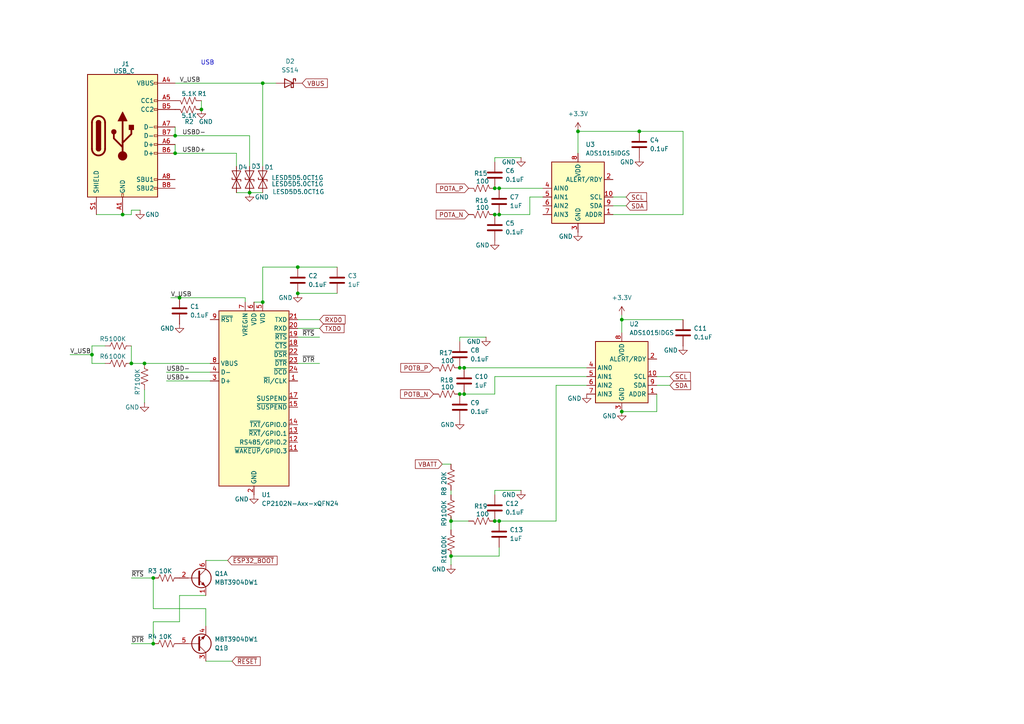
<source format=kicad_sch>
(kicad_sch
	(version 20231120)
	(generator "eeschema")
	(generator_version "8.0")
	(uuid "c19db548-07ab-4382-96cf-732836f6c3ee")
	(paper "A4")
	(lib_symbols
		(symbol "Analog_ADC:ADS1015IDGS"
			(exclude_from_sim no)
			(in_bom yes)
			(on_board yes)
			(property "Reference" "U"
				(at 2.54 13.97 0)
				(effects
					(font
						(size 1.27 1.27)
					)
				)
			)
			(property "Value" "ADS1015IDGS"
				(at 7.62 11.43 0)
				(effects
					(font
						(size 1.27 1.27)
					)
				)
			)
			(property "Footprint" "Package_SO:TSSOP-10_3x3mm_P0.5mm"
				(at 0 -12.7 0)
				(effects
					(font
						(size 1.27 1.27)
					)
					(hide yes)
				)
			)
			(property "Datasheet" "http://www.ti.com/lit/ds/symlink/ads1015.pdf"
				(at -1.27 -22.86 0)
				(effects
					(font
						(size 1.27 1.27)
					)
					(hide yes)
				)
			)
			(property "Description" "Ultra-Small, Low-Power, I2C-Compatible, 3.3-kSPS, 12-Bit ADCs With Internal Reference, Oscillator, and Programmable Comparator, VSSOP-10"
				(at 0 0 0)
				(effects
					(font
						(size 1.27 1.27)
					)
					(hide yes)
				)
			)
			(property "ki_keywords" "12 bit 4 channel I2C ADC"
				(at 0 0 0)
				(effects
					(font
						(size 1.27 1.27)
					)
					(hide yes)
				)
			)
			(property "ki_fp_filters" "TSSOP*3x3mm*P0.5mm*"
				(at 0 0 0)
				(effects
					(font
						(size 1.27 1.27)
					)
					(hide yes)
				)
			)
			(symbol "ADS1015IDGS_0_1"
				(rectangle
					(start -7.62 10.16)
					(end 7.62 -7.62)
					(stroke
						(width 0.254)
						(type default)
					)
					(fill
						(type background)
					)
				)
			)
			(symbol "ADS1015IDGS_1_1"
				(pin input line
					(at 10.16 -5.08 180)
					(length 2.54)
					(name "ADDR"
						(effects
							(font
								(size 1.27 1.27)
							)
						)
					)
					(number "1"
						(effects
							(font
								(size 1.27 1.27)
							)
						)
					)
				)
				(pin input line
					(at 10.16 0 180)
					(length 2.54)
					(name "SCL"
						(effects
							(font
								(size 1.27 1.27)
							)
						)
					)
					(number "10"
						(effects
							(font
								(size 1.27 1.27)
							)
						)
					)
				)
				(pin output line
					(at 10.16 5.08 180)
					(length 2.54)
					(name "ALERT/RDY"
						(effects
							(font
								(size 1.27 1.27)
							)
						)
					)
					(number "2"
						(effects
							(font
								(size 1.27 1.27)
							)
						)
					)
				)
				(pin power_in line
					(at 0 -10.16 90)
					(length 2.54)
					(name "GND"
						(effects
							(font
								(size 1.27 1.27)
							)
						)
					)
					(number "3"
						(effects
							(font
								(size 1.27 1.27)
							)
						)
					)
				)
				(pin input line
					(at -10.16 2.54 0)
					(length 2.54)
					(name "AIN0"
						(effects
							(font
								(size 1.27 1.27)
							)
						)
					)
					(number "4"
						(effects
							(font
								(size 1.27 1.27)
							)
						)
					)
				)
				(pin input line
					(at -10.16 0 0)
					(length 2.54)
					(name "AIN1"
						(effects
							(font
								(size 1.27 1.27)
							)
						)
					)
					(number "5"
						(effects
							(font
								(size 1.27 1.27)
							)
						)
					)
				)
				(pin input line
					(at -10.16 -2.54 0)
					(length 2.54)
					(name "AIN2"
						(effects
							(font
								(size 1.27 1.27)
							)
						)
					)
					(number "6"
						(effects
							(font
								(size 1.27 1.27)
							)
						)
					)
				)
				(pin input line
					(at -10.16 -5.08 0)
					(length 2.54)
					(name "AIN3"
						(effects
							(font
								(size 1.27 1.27)
							)
						)
					)
					(number "7"
						(effects
							(font
								(size 1.27 1.27)
							)
						)
					)
				)
				(pin power_in line
					(at 0 12.7 270)
					(length 2.54)
					(name "VDD"
						(effects
							(font
								(size 1.27 1.27)
							)
						)
					)
					(number "8"
						(effects
							(font
								(size 1.27 1.27)
							)
						)
					)
				)
				(pin bidirectional line
					(at 10.16 -2.54 180)
					(length 2.54)
					(name "SDA"
						(effects
							(font
								(size 1.27 1.27)
							)
						)
					)
					(number "9"
						(effects
							(font
								(size 1.27 1.27)
							)
						)
					)
				)
			)
		)
		(symbol "Connector:USB_C_Receptacle_USB2.0_16P"
			(pin_names
				(offset 1.016)
			)
			(exclude_from_sim no)
			(in_bom yes)
			(on_board yes)
			(property "Reference" "J"
				(at 0 22.225 0)
				(effects
					(font
						(size 1.27 1.27)
					)
				)
			)
			(property "Value" "USB_C_Receptacle_USB2.0_16P"
				(at 0 19.685 0)
				(effects
					(font
						(size 1.27 1.27)
					)
				)
			)
			(property "Footprint" ""
				(at 3.81 0 0)
				(effects
					(font
						(size 1.27 1.27)
					)
					(hide yes)
				)
			)
			(property "Datasheet" "https://www.usb.org/sites/default/files/documents/usb_type-c.zip"
				(at 3.81 0 0)
				(effects
					(font
						(size 1.27 1.27)
					)
					(hide yes)
				)
			)
			(property "Description" "USB 2.0-only 16P Type-C Receptacle connector"
				(at 0 0 0)
				(effects
					(font
						(size 1.27 1.27)
					)
					(hide yes)
				)
			)
			(property "ki_keywords" "usb universal serial bus type-C USB2.0"
				(at 0 0 0)
				(effects
					(font
						(size 1.27 1.27)
					)
					(hide yes)
				)
			)
			(property "ki_fp_filters" "USB*C*Receptacle*"
				(at 0 0 0)
				(effects
					(font
						(size 1.27 1.27)
					)
					(hide yes)
				)
			)
			(symbol "USB_C_Receptacle_USB2.0_16P_0_0"
				(rectangle
					(start -0.254 -17.78)
					(end 0.254 -16.764)
					(stroke
						(width 0)
						(type default)
					)
					(fill
						(type none)
					)
				)
				(rectangle
					(start 10.16 -14.986)
					(end 9.144 -15.494)
					(stroke
						(width 0)
						(type default)
					)
					(fill
						(type none)
					)
				)
				(rectangle
					(start 10.16 -12.446)
					(end 9.144 -12.954)
					(stroke
						(width 0)
						(type default)
					)
					(fill
						(type none)
					)
				)
				(rectangle
					(start 10.16 -4.826)
					(end 9.144 -5.334)
					(stroke
						(width 0)
						(type default)
					)
					(fill
						(type none)
					)
				)
				(rectangle
					(start 10.16 -2.286)
					(end 9.144 -2.794)
					(stroke
						(width 0)
						(type default)
					)
					(fill
						(type none)
					)
				)
				(rectangle
					(start 10.16 0.254)
					(end 9.144 -0.254)
					(stroke
						(width 0)
						(type default)
					)
					(fill
						(type none)
					)
				)
				(rectangle
					(start 10.16 2.794)
					(end 9.144 2.286)
					(stroke
						(width 0)
						(type default)
					)
					(fill
						(type none)
					)
				)
				(rectangle
					(start 10.16 7.874)
					(end 9.144 7.366)
					(stroke
						(width 0)
						(type default)
					)
					(fill
						(type none)
					)
				)
				(rectangle
					(start 10.16 10.414)
					(end 9.144 9.906)
					(stroke
						(width 0)
						(type default)
					)
					(fill
						(type none)
					)
				)
				(rectangle
					(start 10.16 15.494)
					(end 9.144 14.986)
					(stroke
						(width 0)
						(type default)
					)
					(fill
						(type none)
					)
				)
			)
			(symbol "USB_C_Receptacle_USB2.0_16P_0_1"
				(rectangle
					(start -10.16 17.78)
					(end 10.16 -17.78)
					(stroke
						(width 0.254)
						(type default)
					)
					(fill
						(type background)
					)
				)
				(arc
					(start -8.89 -3.81)
					(mid -6.985 -5.7067)
					(end -5.08 -3.81)
					(stroke
						(width 0.508)
						(type default)
					)
					(fill
						(type none)
					)
				)
				(arc
					(start -7.62 -3.81)
					(mid -6.985 -4.4423)
					(end -6.35 -3.81)
					(stroke
						(width 0.254)
						(type default)
					)
					(fill
						(type none)
					)
				)
				(arc
					(start -7.62 -3.81)
					(mid -6.985 -4.4423)
					(end -6.35 -3.81)
					(stroke
						(width 0.254)
						(type default)
					)
					(fill
						(type outline)
					)
				)
				(rectangle
					(start -7.62 -3.81)
					(end -6.35 3.81)
					(stroke
						(width 0.254)
						(type default)
					)
					(fill
						(type outline)
					)
				)
				(arc
					(start -6.35 3.81)
					(mid -6.985 4.4423)
					(end -7.62 3.81)
					(stroke
						(width 0.254)
						(type default)
					)
					(fill
						(type none)
					)
				)
				(arc
					(start -6.35 3.81)
					(mid -6.985 4.4423)
					(end -7.62 3.81)
					(stroke
						(width 0.254)
						(type default)
					)
					(fill
						(type outline)
					)
				)
				(arc
					(start -5.08 3.81)
					(mid -6.985 5.7067)
					(end -8.89 3.81)
					(stroke
						(width 0.508)
						(type default)
					)
					(fill
						(type none)
					)
				)
				(circle
					(center -2.54 1.143)
					(radius 0.635)
					(stroke
						(width 0.254)
						(type default)
					)
					(fill
						(type outline)
					)
				)
				(circle
					(center 0 -5.842)
					(radius 1.27)
					(stroke
						(width 0)
						(type default)
					)
					(fill
						(type outline)
					)
				)
				(polyline
					(pts
						(xy -8.89 -3.81) (xy -8.89 3.81)
					)
					(stroke
						(width 0.508)
						(type default)
					)
					(fill
						(type none)
					)
				)
				(polyline
					(pts
						(xy -5.08 3.81) (xy -5.08 -3.81)
					)
					(stroke
						(width 0.508)
						(type default)
					)
					(fill
						(type none)
					)
				)
				(polyline
					(pts
						(xy 0 -5.842) (xy 0 4.318)
					)
					(stroke
						(width 0.508)
						(type default)
					)
					(fill
						(type none)
					)
				)
				(polyline
					(pts
						(xy 0 -3.302) (xy -2.54 -0.762) (xy -2.54 0.508)
					)
					(stroke
						(width 0.508)
						(type default)
					)
					(fill
						(type none)
					)
				)
				(polyline
					(pts
						(xy 0 -2.032) (xy 2.54 0.508) (xy 2.54 1.778)
					)
					(stroke
						(width 0.508)
						(type default)
					)
					(fill
						(type none)
					)
				)
				(polyline
					(pts
						(xy -1.27 4.318) (xy 0 6.858) (xy 1.27 4.318) (xy -1.27 4.318)
					)
					(stroke
						(width 0.254)
						(type default)
					)
					(fill
						(type outline)
					)
				)
				(rectangle
					(start 1.905 1.778)
					(end 3.175 3.048)
					(stroke
						(width 0.254)
						(type default)
					)
					(fill
						(type outline)
					)
				)
			)
			(symbol "USB_C_Receptacle_USB2.0_16P_1_1"
				(pin passive line
					(at 0 -22.86 90)
					(length 5.08)
					(name "GND"
						(effects
							(font
								(size 1.27 1.27)
							)
						)
					)
					(number "A1"
						(effects
							(font
								(size 1.27 1.27)
							)
						)
					)
				)
				(pin passive line
					(at 0 -22.86 90)
					(length 5.08) hide
					(name "GND"
						(effects
							(font
								(size 1.27 1.27)
							)
						)
					)
					(number "A12"
						(effects
							(font
								(size 1.27 1.27)
							)
						)
					)
				)
				(pin passive line
					(at 15.24 15.24 180)
					(length 5.08)
					(name "VBUS"
						(effects
							(font
								(size 1.27 1.27)
							)
						)
					)
					(number "A4"
						(effects
							(font
								(size 1.27 1.27)
							)
						)
					)
				)
				(pin bidirectional line
					(at 15.24 10.16 180)
					(length 5.08)
					(name "CC1"
						(effects
							(font
								(size 1.27 1.27)
							)
						)
					)
					(number "A5"
						(effects
							(font
								(size 1.27 1.27)
							)
						)
					)
				)
				(pin bidirectional line
					(at 15.24 -2.54 180)
					(length 5.08)
					(name "D+"
						(effects
							(font
								(size 1.27 1.27)
							)
						)
					)
					(number "A6"
						(effects
							(font
								(size 1.27 1.27)
							)
						)
					)
				)
				(pin bidirectional line
					(at 15.24 2.54 180)
					(length 5.08)
					(name "D-"
						(effects
							(font
								(size 1.27 1.27)
							)
						)
					)
					(number "A7"
						(effects
							(font
								(size 1.27 1.27)
							)
						)
					)
				)
				(pin bidirectional line
					(at 15.24 -12.7 180)
					(length 5.08)
					(name "SBU1"
						(effects
							(font
								(size 1.27 1.27)
							)
						)
					)
					(number "A8"
						(effects
							(font
								(size 1.27 1.27)
							)
						)
					)
				)
				(pin passive line
					(at 15.24 15.24 180)
					(length 5.08) hide
					(name "VBUS"
						(effects
							(font
								(size 1.27 1.27)
							)
						)
					)
					(number "A9"
						(effects
							(font
								(size 1.27 1.27)
							)
						)
					)
				)
				(pin passive line
					(at 0 -22.86 90)
					(length 5.08) hide
					(name "GND"
						(effects
							(font
								(size 1.27 1.27)
							)
						)
					)
					(number "B1"
						(effects
							(font
								(size 1.27 1.27)
							)
						)
					)
				)
				(pin passive line
					(at 0 -22.86 90)
					(length 5.08) hide
					(name "GND"
						(effects
							(font
								(size 1.27 1.27)
							)
						)
					)
					(number "B12"
						(effects
							(font
								(size 1.27 1.27)
							)
						)
					)
				)
				(pin passive line
					(at 15.24 15.24 180)
					(length 5.08) hide
					(name "VBUS"
						(effects
							(font
								(size 1.27 1.27)
							)
						)
					)
					(number "B4"
						(effects
							(font
								(size 1.27 1.27)
							)
						)
					)
				)
				(pin bidirectional line
					(at 15.24 7.62 180)
					(length 5.08)
					(name "CC2"
						(effects
							(font
								(size 1.27 1.27)
							)
						)
					)
					(number "B5"
						(effects
							(font
								(size 1.27 1.27)
							)
						)
					)
				)
				(pin bidirectional line
					(at 15.24 -5.08 180)
					(length 5.08)
					(name "D+"
						(effects
							(font
								(size 1.27 1.27)
							)
						)
					)
					(number "B6"
						(effects
							(font
								(size 1.27 1.27)
							)
						)
					)
				)
				(pin bidirectional line
					(at 15.24 0 180)
					(length 5.08)
					(name "D-"
						(effects
							(font
								(size 1.27 1.27)
							)
						)
					)
					(number "B7"
						(effects
							(font
								(size 1.27 1.27)
							)
						)
					)
				)
				(pin bidirectional line
					(at 15.24 -15.24 180)
					(length 5.08)
					(name "SBU2"
						(effects
							(font
								(size 1.27 1.27)
							)
						)
					)
					(number "B8"
						(effects
							(font
								(size 1.27 1.27)
							)
						)
					)
				)
				(pin passive line
					(at 15.24 15.24 180)
					(length 5.08) hide
					(name "VBUS"
						(effects
							(font
								(size 1.27 1.27)
							)
						)
					)
					(number "B9"
						(effects
							(font
								(size 1.27 1.27)
							)
						)
					)
				)
				(pin passive line
					(at -7.62 -22.86 90)
					(length 5.08)
					(name "SHIELD"
						(effects
							(font
								(size 1.27 1.27)
							)
						)
					)
					(number "S1"
						(effects
							(font
								(size 1.27 1.27)
							)
						)
					)
				)
			)
		)
		(symbol "Device:C"
			(pin_numbers hide)
			(pin_names
				(offset 0.254)
			)
			(exclude_from_sim no)
			(in_bom yes)
			(on_board yes)
			(property "Reference" "C"
				(at 0.635 2.54 0)
				(effects
					(font
						(size 1.27 1.27)
					)
					(justify left)
				)
			)
			(property "Value" "C"
				(at 0.635 -2.54 0)
				(effects
					(font
						(size 1.27 1.27)
					)
					(justify left)
				)
			)
			(property "Footprint" ""
				(at 0.9652 -3.81 0)
				(effects
					(font
						(size 1.27 1.27)
					)
					(hide yes)
				)
			)
			(property "Datasheet" "~"
				(at 0 0 0)
				(effects
					(font
						(size 1.27 1.27)
					)
					(hide yes)
				)
			)
			(property "Description" "Unpolarized capacitor"
				(at 0 0 0)
				(effects
					(font
						(size 1.27 1.27)
					)
					(hide yes)
				)
			)
			(property "ki_keywords" "cap capacitor"
				(at 0 0 0)
				(effects
					(font
						(size 1.27 1.27)
					)
					(hide yes)
				)
			)
			(property "ki_fp_filters" "C_*"
				(at 0 0 0)
				(effects
					(font
						(size 1.27 1.27)
					)
					(hide yes)
				)
			)
			(symbol "C_0_1"
				(polyline
					(pts
						(xy -2.032 -0.762) (xy 2.032 -0.762)
					)
					(stroke
						(width 0.508)
						(type default)
					)
					(fill
						(type none)
					)
				)
				(polyline
					(pts
						(xy -2.032 0.762) (xy 2.032 0.762)
					)
					(stroke
						(width 0.508)
						(type default)
					)
					(fill
						(type none)
					)
				)
			)
			(symbol "C_1_1"
				(pin passive line
					(at 0 3.81 270)
					(length 2.794)
					(name "~"
						(effects
							(font
								(size 1.27 1.27)
							)
						)
					)
					(number "1"
						(effects
							(font
								(size 1.27 1.27)
							)
						)
					)
				)
				(pin passive line
					(at 0 -3.81 90)
					(length 2.794)
					(name "~"
						(effects
							(font
								(size 1.27 1.27)
							)
						)
					)
					(number "2"
						(effects
							(font
								(size 1.27 1.27)
							)
						)
					)
				)
			)
		)
		(symbol "Device:R_US"
			(pin_numbers hide)
			(pin_names
				(offset 0)
			)
			(exclude_from_sim no)
			(in_bom yes)
			(on_board yes)
			(property "Reference" "R"
				(at 2.54 0 90)
				(effects
					(font
						(size 1.27 1.27)
					)
				)
			)
			(property "Value" "R_US"
				(at -2.54 0 90)
				(effects
					(font
						(size 1.27 1.27)
					)
				)
			)
			(property "Footprint" ""
				(at 1.016 -0.254 90)
				(effects
					(font
						(size 1.27 1.27)
					)
					(hide yes)
				)
			)
			(property "Datasheet" "~"
				(at 0 0 0)
				(effects
					(font
						(size 1.27 1.27)
					)
					(hide yes)
				)
			)
			(property "Description" "Resistor, US symbol"
				(at 0 0 0)
				(effects
					(font
						(size 1.27 1.27)
					)
					(hide yes)
				)
			)
			(property "ki_keywords" "R res resistor"
				(at 0 0 0)
				(effects
					(font
						(size 1.27 1.27)
					)
					(hide yes)
				)
			)
			(property "ki_fp_filters" "R_*"
				(at 0 0 0)
				(effects
					(font
						(size 1.27 1.27)
					)
					(hide yes)
				)
			)
			(symbol "R_US_0_1"
				(polyline
					(pts
						(xy 0 -2.286) (xy 0 -2.54)
					)
					(stroke
						(width 0)
						(type default)
					)
					(fill
						(type none)
					)
				)
				(polyline
					(pts
						(xy 0 2.286) (xy 0 2.54)
					)
					(stroke
						(width 0)
						(type default)
					)
					(fill
						(type none)
					)
				)
				(polyline
					(pts
						(xy 0 -0.762) (xy 1.016 -1.143) (xy 0 -1.524) (xy -1.016 -1.905) (xy 0 -2.286)
					)
					(stroke
						(width 0)
						(type default)
					)
					(fill
						(type none)
					)
				)
				(polyline
					(pts
						(xy 0 0.762) (xy 1.016 0.381) (xy 0 0) (xy -1.016 -0.381) (xy 0 -0.762)
					)
					(stroke
						(width 0)
						(type default)
					)
					(fill
						(type none)
					)
				)
				(polyline
					(pts
						(xy 0 2.286) (xy 1.016 1.905) (xy 0 1.524) (xy -1.016 1.143) (xy 0 0.762)
					)
					(stroke
						(width 0)
						(type default)
					)
					(fill
						(type none)
					)
				)
			)
			(symbol "R_US_1_1"
				(pin passive line
					(at 0 3.81 270)
					(length 1.27)
					(name "~"
						(effects
							(font
								(size 1.27 1.27)
							)
						)
					)
					(number "1"
						(effects
							(font
								(size 1.27 1.27)
							)
						)
					)
				)
				(pin passive line
					(at 0 -3.81 90)
					(length 1.27)
					(name "~"
						(effects
							(font
								(size 1.27 1.27)
							)
						)
					)
					(number "2"
						(effects
							(font
								(size 1.27 1.27)
							)
						)
					)
				)
			)
		)
		(symbol "Diode:SS14"
			(pin_numbers hide)
			(pin_names
				(offset 1.016) hide)
			(exclude_from_sim no)
			(in_bom yes)
			(on_board yes)
			(property "Reference" "D"
				(at 0 2.54 0)
				(effects
					(font
						(size 1.27 1.27)
					)
				)
			)
			(property "Value" "SS14"
				(at 0 -2.54 0)
				(effects
					(font
						(size 1.27 1.27)
					)
				)
			)
			(property "Footprint" "Diode_SMD:D_SMA"
				(at 0 -4.445 0)
				(effects
					(font
						(size 1.27 1.27)
					)
					(hide yes)
				)
			)
			(property "Datasheet" "https://www.vishay.com/docs/88746/ss12.pdf"
				(at 0 0 0)
				(effects
					(font
						(size 1.27 1.27)
					)
					(hide yes)
				)
			)
			(property "Description" "40V 1A Schottky Diode, SMA"
				(at 0 0 0)
				(effects
					(font
						(size 1.27 1.27)
					)
					(hide yes)
				)
			)
			(property "ki_keywords" "diode Schottky"
				(at 0 0 0)
				(effects
					(font
						(size 1.27 1.27)
					)
					(hide yes)
				)
			)
			(property "ki_fp_filters" "D*SMA*"
				(at 0 0 0)
				(effects
					(font
						(size 1.27 1.27)
					)
					(hide yes)
				)
			)
			(symbol "SS14_0_1"
				(polyline
					(pts
						(xy 1.27 0) (xy -1.27 0)
					)
					(stroke
						(width 0)
						(type default)
					)
					(fill
						(type none)
					)
				)
				(polyline
					(pts
						(xy 1.27 1.27) (xy 1.27 -1.27) (xy -1.27 0) (xy 1.27 1.27)
					)
					(stroke
						(width 0.254)
						(type default)
					)
					(fill
						(type none)
					)
				)
				(polyline
					(pts
						(xy -1.905 0.635) (xy -1.905 1.27) (xy -1.27 1.27) (xy -1.27 -1.27) (xy -0.635 -1.27) (xy -0.635 -0.635)
					)
					(stroke
						(width 0.254)
						(type default)
					)
					(fill
						(type none)
					)
				)
			)
			(symbol "SS14_1_1"
				(pin passive line
					(at -3.81 0 0)
					(length 2.54)
					(name "K"
						(effects
							(font
								(size 1.27 1.27)
							)
						)
					)
					(number "1"
						(effects
							(font
								(size 1.27 1.27)
							)
						)
					)
				)
				(pin passive line
					(at 3.81 0 180)
					(length 2.54)
					(name "A"
						(effects
							(font
								(size 1.27 1.27)
							)
						)
					)
					(number "2"
						(effects
							(font
								(size 1.27 1.27)
							)
						)
					)
				)
			)
		)
		(symbol "Interface_USB:CP2102N-Axx-xQFN24"
			(exclude_from_sim no)
			(in_bom yes)
			(on_board yes)
			(property "Reference" "U"
				(at -8.89 26.67 0)
				(effects
					(font
						(size 1.27 1.27)
					)
				)
			)
			(property "Value" "CP2102N-Axx-xQFN24"
				(at 13.97 26.67 0)
				(effects
					(font
						(size 1.27 1.27)
					)
				)
			)
			(property "Footprint" "Package_DFN_QFN:QFN-24-1EP_4x4mm_P0.5mm_EP2.6x2.6mm"
				(at 31.75 -26.67 0)
				(effects
					(font
						(size 1.27 1.27)
					)
					(hide yes)
				)
			)
			(property "Datasheet" "https://www.silabs.com/documents/public/data-sheets/cp2102n-datasheet.pdf"
				(at 1.27 -19.05 0)
				(effects
					(font
						(size 1.27 1.27)
					)
					(hide yes)
				)
			)
			(property "Description" "USB to UART master bridge, QFN-24"
				(at 0 0 0)
				(effects
					(font
						(size 1.27 1.27)
					)
					(hide yes)
				)
			)
			(property "ki_keywords" "USB UART bridge"
				(at 0 0 0)
				(effects
					(font
						(size 1.27 1.27)
					)
					(hide yes)
				)
			)
			(property "ki_fp_filters" "QFN*4x4mm*P0.5mm*"
				(at 0 0 0)
				(effects
					(font
						(size 1.27 1.27)
					)
					(hide yes)
				)
			)
			(symbol "CP2102N-Axx-xQFN24_0_1"
				(rectangle
					(start -10.16 25.4)
					(end 10.16 -25.4)
					(stroke
						(width 0.254)
						(type default)
					)
					(fill
						(type background)
					)
				)
			)
			(symbol "CP2102N-Axx-xQFN24_1_1"
				(pin bidirectional line
					(at 12.7 5.08 180)
					(length 2.54)
					(name "~{RI}/CLK"
						(effects
							(font
								(size 1.27 1.27)
							)
						)
					)
					(number "1"
						(effects
							(font
								(size 1.27 1.27)
							)
						)
					)
				)
				(pin no_connect line
					(at -10.16 -22.86 0)
					(length 2.54) hide
					(name "NC"
						(effects
							(font
								(size 1.27 1.27)
							)
						)
					)
					(number "10"
						(effects
							(font
								(size 1.27 1.27)
							)
						)
					)
				)
				(pin bidirectional line
					(at 12.7 -15.24 180)
					(length 2.54)
					(name "~{WAKEUP}/GPIO.3"
						(effects
							(font
								(size 1.27 1.27)
							)
						)
					)
					(number "11"
						(effects
							(font
								(size 1.27 1.27)
							)
						)
					)
				)
				(pin bidirectional line
					(at 12.7 -12.7 180)
					(length 2.54)
					(name "RS485/GPIO.2"
						(effects
							(font
								(size 1.27 1.27)
							)
						)
					)
					(number "12"
						(effects
							(font
								(size 1.27 1.27)
							)
						)
					)
				)
				(pin bidirectional line
					(at 12.7 -10.16 180)
					(length 2.54)
					(name "~{RXT}/GPIO.1"
						(effects
							(font
								(size 1.27 1.27)
							)
						)
					)
					(number "13"
						(effects
							(font
								(size 1.27 1.27)
							)
						)
					)
				)
				(pin bidirectional line
					(at 12.7 -7.62 180)
					(length 2.54)
					(name "~{TXT}/GPIO.0"
						(effects
							(font
								(size 1.27 1.27)
							)
						)
					)
					(number "14"
						(effects
							(font
								(size 1.27 1.27)
							)
						)
					)
				)
				(pin output line
					(at 12.7 -2.54 180)
					(length 2.54)
					(name "~{SUSPEND}"
						(effects
							(font
								(size 1.27 1.27)
							)
						)
					)
					(number "15"
						(effects
							(font
								(size 1.27 1.27)
							)
						)
					)
				)
				(pin no_connect line
					(at 10.16 -22.86 180)
					(length 2.54) hide
					(name "NC"
						(effects
							(font
								(size 1.27 1.27)
							)
						)
					)
					(number "16"
						(effects
							(font
								(size 1.27 1.27)
							)
						)
					)
				)
				(pin output line
					(at 12.7 0 180)
					(length 2.54)
					(name "SUSPEND"
						(effects
							(font
								(size 1.27 1.27)
							)
						)
					)
					(number "17"
						(effects
							(font
								(size 1.27 1.27)
							)
						)
					)
				)
				(pin input line
					(at 12.7 15.24 180)
					(length 2.54)
					(name "~{CTS}"
						(effects
							(font
								(size 1.27 1.27)
							)
						)
					)
					(number "18"
						(effects
							(font
								(size 1.27 1.27)
							)
						)
					)
				)
				(pin output line
					(at 12.7 17.78 180)
					(length 2.54)
					(name "~{RTS}"
						(effects
							(font
								(size 1.27 1.27)
							)
						)
					)
					(number "19"
						(effects
							(font
								(size 1.27 1.27)
							)
						)
					)
				)
				(pin power_in line
					(at 0 -27.94 90)
					(length 2.54)
					(name "GND"
						(effects
							(font
								(size 1.27 1.27)
							)
						)
					)
					(number "2"
						(effects
							(font
								(size 1.27 1.27)
							)
						)
					)
				)
				(pin input line
					(at 12.7 20.32 180)
					(length 2.54)
					(name "RXD"
						(effects
							(font
								(size 1.27 1.27)
							)
						)
					)
					(number "20"
						(effects
							(font
								(size 1.27 1.27)
							)
						)
					)
				)
				(pin output line
					(at 12.7 22.86 180)
					(length 2.54)
					(name "TXD"
						(effects
							(font
								(size 1.27 1.27)
							)
						)
					)
					(number "21"
						(effects
							(font
								(size 1.27 1.27)
							)
						)
					)
				)
				(pin input line
					(at 12.7 12.7 180)
					(length 2.54)
					(name "~{DSR}"
						(effects
							(font
								(size 1.27 1.27)
							)
						)
					)
					(number "22"
						(effects
							(font
								(size 1.27 1.27)
							)
						)
					)
				)
				(pin output line
					(at 12.7 10.16 180)
					(length 2.54)
					(name "~{DTR}"
						(effects
							(font
								(size 1.27 1.27)
							)
						)
					)
					(number "23"
						(effects
							(font
								(size 1.27 1.27)
							)
						)
					)
				)
				(pin input line
					(at 12.7 7.62 180)
					(length 2.54)
					(name "~{DCD}"
						(effects
							(font
								(size 1.27 1.27)
							)
						)
					)
					(number "24"
						(effects
							(font
								(size 1.27 1.27)
							)
						)
					)
				)
				(pin passive line
					(at 0 -27.94 90)
					(length 2.54) hide
					(name "GND"
						(effects
							(font
								(size 1.27 1.27)
							)
						)
					)
					(number "25"
						(effects
							(font
								(size 1.27 1.27)
							)
						)
					)
				)
				(pin bidirectional line
					(at -12.7 5.08 0)
					(length 2.54)
					(name "D+"
						(effects
							(font
								(size 1.27 1.27)
							)
						)
					)
					(number "3"
						(effects
							(font
								(size 1.27 1.27)
							)
						)
					)
				)
				(pin bidirectional line
					(at -12.7 7.62 0)
					(length 2.54)
					(name "D-"
						(effects
							(font
								(size 1.27 1.27)
							)
						)
					)
					(number "4"
						(effects
							(font
								(size 1.27 1.27)
							)
						)
					)
				)
				(pin power_in line
					(at 2.54 27.94 270)
					(length 2.54)
					(name "VIO"
						(effects
							(font
								(size 1.27 1.27)
							)
						)
					)
					(number "5"
						(effects
							(font
								(size 1.27 1.27)
							)
						)
					)
				)
				(pin power_in line
					(at 0 27.94 270)
					(length 2.54)
					(name "VDD"
						(effects
							(font
								(size 1.27 1.27)
							)
						)
					)
					(number "6"
						(effects
							(font
								(size 1.27 1.27)
							)
						)
					)
				)
				(pin power_in line
					(at -2.54 27.94 270)
					(length 2.54)
					(name "VREGIN"
						(effects
							(font
								(size 1.27 1.27)
							)
						)
					)
					(number "7"
						(effects
							(font
								(size 1.27 1.27)
							)
						)
					)
				)
				(pin input line
					(at -12.7 10.16 0)
					(length 2.54)
					(name "VBUS"
						(effects
							(font
								(size 1.27 1.27)
							)
						)
					)
					(number "8"
						(effects
							(font
								(size 1.27 1.27)
							)
						)
					)
				)
				(pin input line
					(at -12.7 22.86 0)
					(length 2.54)
					(name "~{RST}"
						(effects
							(font
								(size 1.27 1.27)
							)
						)
					)
					(number "9"
						(effects
							(font
								(size 1.27 1.27)
							)
						)
					)
				)
			)
		)
		(symbol "Transistor_BJT:MBT3904DW1"
			(pin_names
				(offset 0) hide)
			(exclude_from_sim no)
			(in_bom yes)
			(on_board yes)
			(property "Reference" "Q"
				(at 5.08 1.27 0)
				(effects
					(font
						(size 1.27 1.27)
					)
					(justify left)
				)
			)
			(property "Value" "MBT3904DW1"
				(at 5.08 -1.27 0)
				(effects
					(font
						(size 1.27 1.27)
					)
					(justify left)
				)
			)
			(property "Footprint" "Package_TO_SOT_SMD:SOT-363_SC-70-6"
				(at 5.08 2.54 0)
				(effects
					(font
						(size 1.27 1.27)
					)
					(hide yes)
				)
			)
			(property "Datasheet" "http://www.onsemi.com/pub_link/Collateral/MBT3904DW1T1-D.PDF"
				(at 0 0 0)
				(effects
					(font
						(size 1.27 1.27)
					)
					(hide yes)
				)
			)
			(property "Description" "200mA IC, 40V Vce, Dual NPN/NPN Transistors, SOT-363"
				(at 0 0 0)
				(effects
					(font
						(size 1.27 1.27)
					)
					(hide yes)
				)
			)
			(property "ki_locked" ""
				(at 0 0 0)
				(effects
					(font
						(size 1.27 1.27)
					)
				)
			)
			(property "ki_keywords" "NPN/NPN Transistor"
				(at 0 0 0)
				(effects
					(font
						(size 1.27 1.27)
					)
					(hide yes)
				)
			)
			(property "ki_fp_filters" "SOT?363*"
				(at 0 0 0)
				(effects
					(font
						(size 1.27 1.27)
					)
					(hide yes)
				)
			)
			(symbol "MBT3904DW1_0_1"
				(polyline
					(pts
						(xy 0.635 0) (xy -2.54 0)
					)
					(stroke
						(width 0)
						(type default)
					)
					(fill
						(type none)
					)
				)
				(polyline
					(pts
						(xy 0.635 0.635) (xy 2.54 2.54)
					)
					(stroke
						(width 0)
						(type default)
					)
					(fill
						(type none)
					)
				)
				(polyline
					(pts
						(xy 0.635 -0.635) (xy 2.54 -2.54) (xy 2.54 -2.54)
					)
					(stroke
						(width 0)
						(type default)
					)
					(fill
						(type none)
					)
				)
				(polyline
					(pts
						(xy 0.635 1.905) (xy 0.635 -1.905) (xy 0.635 -1.905)
					)
					(stroke
						(width 0.508)
						(type default)
					)
					(fill
						(type none)
					)
				)
				(polyline
					(pts
						(xy 1.27 -1.778) (xy 1.778 -1.27) (xy 2.286 -2.286) (xy 1.27 -1.778) (xy 1.27 -1.778)
					)
					(stroke
						(width 0)
						(type default)
					)
					(fill
						(type outline)
					)
				)
				(circle
					(center 1.27 0)
					(radius 2.8194)
					(stroke
						(width 0.254)
						(type default)
					)
					(fill
						(type none)
					)
				)
			)
			(symbol "MBT3904DW1_1_1"
				(pin passive line
					(at 2.54 -5.08 90)
					(length 2.54)
					(name "E1"
						(effects
							(font
								(size 1.27 1.27)
							)
						)
					)
					(number "1"
						(effects
							(font
								(size 1.27 1.27)
							)
						)
					)
				)
				(pin input line
					(at -5.08 0 0)
					(length 2.54)
					(name "B1"
						(effects
							(font
								(size 1.27 1.27)
							)
						)
					)
					(number "2"
						(effects
							(font
								(size 1.27 1.27)
							)
						)
					)
				)
				(pin passive line
					(at 2.54 5.08 270)
					(length 2.54)
					(name "C1"
						(effects
							(font
								(size 1.27 1.27)
							)
						)
					)
					(number "6"
						(effects
							(font
								(size 1.27 1.27)
							)
						)
					)
				)
			)
			(symbol "MBT3904DW1_2_1"
				(pin passive line
					(at 2.54 5.08 270)
					(length 2.54)
					(name "C2"
						(effects
							(font
								(size 1.27 1.27)
							)
						)
					)
					(number "3"
						(effects
							(font
								(size 1.27 1.27)
							)
						)
					)
				)
				(pin passive line
					(at 2.54 -5.08 90)
					(length 2.54)
					(name "E2"
						(effects
							(font
								(size 1.27 1.27)
							)
						)
					)
					(number "4"
						(effects
							(font
								(size 1.27 1.27)
							)
						)
					)
				)
				(pin input line
					(at -5.08 0 0)
					(length 2.54)
					(name "B2"
						(effects
							(font
								(size 1.27 1.27)
							)
						)
					)
					(number "5"
						(effects
							(font
								(size 1.27 1.27)
							)
						)
					)
				)
			)
		)
		(symbol "custom_symbols:LESD5D5.0CT1G"
			(pin_numbers hide)
			(pin_names
				(offset 1.016) hide)
			(exclude_from_sim no)
			(in_bom yes)
			(on_board yes)
			(property "Reference" "D"
				(at 0 2.54 0)
				(effects
					(font
						(size 1.27 1.27)
					)
				)
			)
			(property "Value" "LESD5D5.0CT1G"
				(at 0 -2.54 0)
				(effects
					(font
						(size 1.27 1.27)
					)
				)
			)
			(property "Footprint" "Diode_SMD:D_SOD-523"
				(at 0 0 0)
				(effects
					(font
						(size 1.27 1.27)
					)
					(hide yes)
				)
			)
			(property "Datasheet" "LESD5D5.0CT1G"
				(at 0 0 0)
				(effects
					(font
						(size 1.27 1.27)
					)
					(hide yes)
				)
			)
			(property "Description" "ESD protection diode, 5V, SOD-523"
				(at 0 0 0)
				(effects
					(font
						(size 1.27 1.27)
					)
					(hide yes)
				)
			)
			(property "ki_keywords" "diode TVS ESD"
				(at 0 0 0)
				(effects
					(font
						(size 1.27 1.27)
					)
					(hide yes)
				)
			)
			(property "ki_fp_filters" "D*SOD?923*"
				(at 0 0 0)
				(effects
					(font
						(size 1.27 1.27)
					)
					(hide yes)
				)
			)
			(symbol "LESD5D5.0CT1G_0_1"
				(polyline
					(pts
						(xy 1.27 0) (xy -1.27 0)
					)
					(stroke
						(width 0)
						(type default)
					)
					(fill
						(type none)
					)
				)
				(polyline
					(pts
						(xy -2.54 -1.27) (xy 0 0) (xy -2.54 1.27) (xy -2.54 -1.27)
					)
					(stroke
						(width 0.2032)
						(type default)
					)
					(fill
						(type none)
					)
				)
				(polyline
					(pts
						(xy 0.508 1.27) (xy 0 1.27) (xy 0 -1.27) (xy -0.508 -1.27)
					)
					(stroke
						(width 0.2032)
						(type default)
					)
					(fill
						(type none)
					)
				)
				(polyline
					(pts
						(xy 2.54 1.27) (xy 2.54 -1.27) (xy 0 0) (xy 2.54 1.27)
					)
					(stroke
						(width 0.2032)
						(type default)
					)
					(fill
						(type none)
					)
				)
			)
			(symbol "LESD5D5.0CT1G_1_1"
				(pin passive line
					(at -3.81 0 0)
					(length 2.54)
					(name "A1"
						(effects
							(font
								(size 1.27 1.27)
							)
						)
					)
					(number "1"
						(effects
							(font
								(size 1.27 1.27)
							)
						)
					)
				)
				(pin passive line
					(at 3.81 0 180)
					(length 2.54)
					(name "A2"
						(effects
							(font
								(size 1.27 1.27)
							)
						)
					)
					(number "2"
						(effects
							(font
								(size 1.27 1.27)
							)
						)
					)
				)
			)
		)
		(symbol "power:+3.3V"
			(power)
			(pin_numbers hide)
			(pin_names
				(offset 0) hide)
			(exclude_from_sim no)
			(in_bom yes)
			(on_board yes)
			(property "Reference" "#PWR"
				(at 0 -3.81 0)
				(effects
					(font
						(size 1.27 1.27)
					)
					(hide yes)
				)
			)
			(property "Value" "+3.3V"
				(at 0 3.556 0)
				(effects
					(font
						(size 1.27 1.27)
					)
				)
			)
			(property "Footprint" ""
				(at 0 0 0)
				(effects
					(font
						(size 1.27 1.27)
					)
					(hide yes)
				)
			)
			(property "Datasheet" ""
				(at 0 0 0)
				(effects
					(font
						(size 1.27 1.27)
					)
					(hide yes)
				)
			)
			(property "Description" "Power symbol creates a global label with name \"+3.3V\""
				(at 0 0 0)
				(effects
					(font
						(size 1.27 1.27)
					)
					(hide yes)
				)
			)
			(property "ki_keywords" "global power"
				(at 0 0 0)
				(effects
					(font
						(size 1.27 1.27)
					)
					(hide yes)
				)
			)
			(symbol "+3.3V_0_1"
				(polyline
					(pts
						(xy -0.762 1.27) (xy 0 2.54)
					)
					(stroke
						(width 0)
						(type default)
					)
					(fill
						(type none)
					)
				)
				(polyline
					(pts
						(xy 0 0) (xy 0 2.54)
					)
					(stroke
						(width 0)
						(type default)
					)
					(fill
						(type none)
					)
				)
				(polyline
					(pts
						(xy 0 2.54) (xy 0.762 1.27)
					)
					(stroke
						(width 0)
						(type default)
					)
					(fill
						(type none)
					)
				)
			)
			(symbol "+3.3V_1_1"
				(pin power_in line
					(at 0 0 90)
					(length 0)
					(name "~"
						(effects
							(font
								(size 1.27 1.27)
							)
						)
					)
					(number "1"
						(effects
							(font
								(size 1.27 1.27)
							)
						)
					)
				)
			)
		)
		(symbol "power:GND"
			(power)
			(pin_numbers hide)
			(pin_names
				(offset 0) hide)
			(exclude_from_sim no)
			(in_bom yes)
			(on_board yes)
			(property "Reference" "#PWR"
				(at 0 -6.35 0)
				(effects
					(font
						(size 1.27 1.27)
					)
					(hide yes)
				)
			)
			(property "Value" "GND"
				(at 0 -3.81 0)
				(effects
					(font
						(size 1.27 1.27)
					)
				)
			)
			(property "Footprint" ""
				(at 0 0 0)
				(effects
					(font
						(size 1.27 1.27)
					)
					(hide yes)
				)
			)
			(property "Datasheet" ""
				(at 0 0 0)
				(effects
					(font
						(size 1.27 1.27)
					)
					(hide yes)
				)
			)
			(property "Description" "Power symbol creates a global label with name \"GND\" , ground"
				(at 0 0 0)
				(effects
					(font
						(size 1.27 1.27)
					)
					(hide yes)
				)
			)
			(property "ki_keywords" "global power"
				(at 0 0 0)
				(effects
					(font
						(size 1.27 1.27)
					)
					(hide yes)
				)
			)
			(symbol "GND_0_1"
				(polyline
					(pts
						(xy 0 0) (xy 0 -1.27) (xy 1.27 -1.27) (xy 0 -2.54) (xy -1.27 -1.27) (xy 0 -1.27)
					)
					(stroke
						(width 0)
						(type default)
					)
					(fill
						(type none)
					)
				)
			)
			(symbol "GND_1_1"
				(pin power_in line
					(at 0 0 270)
					(length 0)
					(name "~"
						(effects
							(font
								(size 1.27 1.27)
							)
						)
					)
					(number "1"
						(effects
							(font
								(size 1.27 1.27)
							)
						)
					)
				)
			)
		)
	)
	(junction
		(at 50.8 39.37)
		(diameter 0)
		(color 0 0 0 0)
		(uuid "0605d889-4760-4d4a-9fc3-ab68edf0f49a")
	)
	(junction
		(at 180.34 92.71)
		(diameter 0)
		(color 0 0 0 0)
		(uuid "0ab44376-86eb-4b48-a37f-1375a1ff1d44")
	)
	(junction
		(at 130.81 161.29)
		(diameter 0)
		(color 0 0 0 0)
		(uuid "0f1526b2-7968-45ca-abdd-a7eb332a570a")
	)
	(junction
		(at 134.62 106.68)
		(diameter 0)
		(color 0 0 0 0)
		(uuid "17fdd272-7fcd-4e7c-aae0-b8d7ee295de9")
	)
	(junction
		(at 72.39 55.88)
		(diameter 0)
		(color 0 0 0 0)
		(uuid "191227cd-b3de-469f-ab4e-0d66c5330eb7")
	)
	(junction
		(at 133.35 106.68)
		(diameter 0)
		(color 0 0 0 0)
		(uuid "194ae876-ccab-4187-bd2c-4c199e467961")
	)
	(junction
		(at 26.67 102.87)
		(diameter 0)
		(color 0 0 0 0)
		(uuid "1c3c85b8-48f5-478d-8ff4-e4623f494e2e")
	)
	(junction
		(at 86.36 77.47)
		(diameter 0)
		(color 0 0 0 0)
		(uuid "241734ef-eb49-4214-ba89-fa337502a189")
	)
	(junction
		(at 58.42 31.75)
		(diameter 0)
		(color 0 0 0 0)
		(uuid "29cb4b74-01c2-46ef-998e-b2391d5b8e7c")
	)
	(junction
		(at 130.81 151.13)
		(diameter 0)
		(color 0 0 0 0)
		(uuid "2c27d71b-7fd7-4d5d-adcd-32e837950cd7")
	)
	(junction
		(at 133.35 114.3)
		(diameter 0)
		(color 0 0 0 0)
		(uuid "420e4666-cbc8-4ead-bd17-891b049807aa")
	)
	(junction
		(at 144.78 54.61)
		(diameter 0)
		(color 0 0 0 0)
		(uuid "46ea3822-e4de-4424-948c-b7e8b35161ab")
	)
	(junction
		(at 144.78 151.13)
		(diameter 0)
		(color 0 0 0 0)
		(uuid "5160160b-93f9-4046-9f96-660a32d47177")
	)
	(junction
		(at 44.45 167.64)
		(diameter 0)
		(color 0 0 0 0)
		(uuid "587aa180-ccc4-4acb-9509-3a57f1be4276")
	)
	(junction
		(at 41.91 105.41)
		(diameter 0)
		(color 0 0 0 0)
		(uuid "59188b94-6aa7-4b28-ada3-f80cbcf9d41c")
	)
	(junction
		(at 143.51 151.13)
		(diameter 0)
		(color 0 0 0 0)
		(uuid "5e75995a-4d87-4bf2-bafb-160e9e7f8584")
	)
	(junction
		(at 44.45 186.69)
		(diameter 0)
		(color 0 0 0 0)
		(uuid "8fb384e6-30ce-44df-8431-5ae6de5aa840")
	)
	(junction
		(at 76.2 87.63)
		(diameter 0)
		(color 0 0 0 0)
		(uuid "901bce70-1496-4523-959c-312554536f92")
	)
	(junction
		(at 50.8 44.45)
		(diameter 0)
		(color 0 0 0 0)
		(uuid "97751686-2f8e-4f1f-84f6-a2729e8c8774")
	)
	(junction
		(at 180.34 119.38)
		(diameter 0)
		(color 0 0 0 0)
		(uuid "ad9364d5-d33a-44e2-bd6e-a0357f519b0c")
	)
	(junction
		(at 143.51 54.61)
		(diameter 0)
		(color 0 0 0 0)
		(uuid "b45c79d3-09d1-4239-83cc-0f09efb21b3c")
	)
	(junction
		(at 38.1 105.41)
		(diameter 0)
		(color 0 0 0 0)
		(uuid "c056df90-9d97-45ae-a9bd-7db4d72b6335")
	)
	(junction
		(at 185.42 38.1)
		(diameter 0)
		(color 0 0 0 0)
		(uuid "c368bc41-b070-4c8d-92f0-75215d2552ec")
	)
	(junction
		(at 167.64 38.1)
		(diameter 0)
		(color 0 0 0 0)
		(uuid "cfa99295-35c4-4736-a9a3-e876e97d8be6")
	)
	(junction
		(at 144.78 62.23)
		(diameter 0)
		(color 0 0 0 0)
		(uuid "d025fb68-b135-42c2-a955-66173bdb6791")
	)
	(junction
		(at 134.62 114.3)
		(diameter 0)
		(color 0 0 0 0)
		(uuid "d3ed1de4-5249-4d5c-8f88-b953072c603b")
	)
	(junction
		(at 52.07 86.36)
		(diameter 0)
		(color 0 0 0 0)
		(uuid "e6fe8cb8-2cf0-453d-a757-bfa1aebbe764")
	)
	(junction
		(at 86.36 85.09)
		(diameter 0)
		(color 0 0 0 0)
		(uuid "eb0a109a-eee8-46ed-a9fb-3704d96de698")
	)
	(junction
		(at 35.56 62.23)
		(diameter 0)
		(color 0 0 0 0)
		(uuid "ebb4eb67-bea6-4a83-b7fe-f1139b53dc48")
	)
	(junction
		(at 76.2 24.13)
		(diameter 0)
		(color 0 0 0 0)
		(uuid "f1051a9b-d58d-40b2-a3f3-88b483caa018")
	)
	(junction
		(at 143.51 62.23)
		(diameter 0)
		(color 0 0 0 0)
		(uuid "fe196ac6-d7a4-47fb-a6a3-e2f6487aae11")
	)
	(wire
		(pts
			(xy 198.12 62.23) (xy 198.12 38.1)
		)
		(stroke
			(width 0)
			(type default)
		)
		(uuid "00662adc-d4f7-4ab2-92cc-9309256a9e8b")
	)
	(wire
		(pts
			(xy 144.78 62.23) (xy 143.51 62.23)
		)
		(stroke
			(width 0)
			(type default)
		)
		(uuid "02755c56-2456-4e44-b416-ad231d09c4f4")
	)
	(wire
		(pts
			(xy 38.1 100.33) (xy 38.1 105.41)
		)
		(stroke
			(width 0)
			(type default)
		)
		(uuid "04561e1d-90f4-4318-9495-f3701f57c417")
	)
	(wire
		(pts
			(xy 76.2 77.47) (xy 76.2 87.63)
		)
		(stroke
			(width 0)
			(type default)
		)
		(uuid "04bf5c0d-86e6-4873-ac01-dc5ca7fb4e45")
	)
	(wire
		(pts
			(xy 38.1 60.96) (xy 38.1 62.23)
		)
		(stroke
			(width 0)
			(type default)
		)
		(uuid "065da517-f423-49d9-ab66-831984b54de9")
	)
	(wire
		(pts
			(xy 40.64 60.96) (xy 38.1 60.96)
		)
		(stroke
			(width 0)
			(type default)
		)
		(uuid "0819a7a7-a306-4e86-961f-c8ca8192156e")
	)
	(wire
		(pts
			(xy 48.26 107.95) (xy 60.96 107.95)
		)
		(stroke
			(width 0)
			(type default)
		)
		(uuid "08ee97dc-49e0-4838-b46b-41e6c54ea5b0")
	)
	(wire
		(pts
			(xy 185.42 38.1) (xy 167.64 38.1)
		)
		(stroke
			(width 0)
			(type default)
		)
		(uuid "093870dc-fea5-4f73-beab-a908f93ff648")
	)
	(wire
		(pts
			(xy 144.78 158.75) (xy 144.78 161.29)
		)
		(stroke
			(width 0)
			(type default)
		)
		(uuid "0c08a049-a9c3-45c2-a0b5-067ff98092b3")
	)
	(wire
		(pts
			(xy 41.91 105.41) (xy 60.96 105.41)
		)
		(stroke
			(width 0)
			(type default)
		)
		(uuid "0cc47d74-0e8e-452f-a5cb-ff596ef49894")
	)
	(wire
		(pts
			(xy 194.31 111.76) (xy 190.5 111.76)
		)
		(stroke
			(width 0)
			(type default)
		)
		(uuid "0d3ce7cf-cc51-483d-aacf-e5d7bbf8c75b")
	)
	(wire
		(pts
			(xy 52.07 86.36) (xy 71.12 86.36)
		)
		(stroke
			(width 0)
			(type default)
		)
		(uuid "0dd115c2-2dc4-4f12-bd35-253510fb58e4")
	)
	(wire
		(pts
			(xy 72.39 55.88) (xy 76.2 55.88)
		)
		(stroke
			(width 0)
			(type default)
		)
		(uuid "0f011768-62be-4d3b-bed8-74caab209b19")
	)
	(wire
		(pts
			(xy 153.67 62.23) (xy 144.78 62.23)
		)
		(stroke
			(width 0)
			(type default)
		)
		(uuid "13b5127c-1588-456a-8a7e-263999ddabee")
	)
	(wire
		(pts
			(xy 190.5 119.38) (xy 180.34 119.38)
		)
		(stroke
			(width 0)
			(type default)
		)
		(uuid "1adbfbff-7a6c-42f7-97c1-3609c6159c5d")
	)
	(wire
		(pts
			(xy 143.51 151.13) (xy 144.78 151.13)
		)
		(stroke
			(width 0)
			(type default)
		)
		(uuid "1b605a60-98ec-49f0-8b5c-557e808cedc9")
	)
	(wire
		(pts
			(xy 50.8 24.13) (xy 76.2 24.13)
		)
		(stroke
			(width 0)
			(type default)
		)
		(uuid "1c33b1a8-4d8a-4d3d-b8fd-b1a34ca59e98")
	)
	(wire
		(pts
			(xy 86.36 105.41) (xy 92.71 105.41)
		)
		(stroke
			(width 0)
			(type default)
		)
		(uuid "1f9de61b-4875-4fb2-a43e-ea956948c504")
	)
	(wire
		(pts
			(xy 198.12 38.1) (xy 185.42 38.1)
		)
		(stroke
			(width 0)
			(type default)
		)
		(uuid "225a7dca-fcf4-443e-97ab-96c7fa0a5277")
	)
	(wire
		(pts
			(xy 180.34 92.71) (xy 198.12 92.71)
		)
		(stroke
			(width 0)
			(type default)
		)
		(uuid "263efaca-9b5d-4044-88e2-f292b405f0eb")
	)
	(wire
		(pts
			(xy 143.51 109.22) (xy 143.51 114.3)
		)
		(stroke
			(width 0)
			(type default)
		)
		(uuid "272c895b-a68c-4a83-9e8f-9dcf59b0185f")
	)
	(wire
		(pts
			(xy 52.07 180.34) (xy 52.07 172.72)
		)
		(stroke
			(width 0)
			(type default)
		)
		(uuid "28aab8af-1b65-43c6-af95-d9b199118c4e")
	)
	(wire
		(pts
			(xy 44.45 176.53) (xy 59.69 176.53)
		)
		(stroke
			(width 0)
			(type default)
		)
		(uuid "2a899cd9-3ecc-45b1-9c39-cba385771a82")
	)
	(wire
		(pts
			(xy 49.53 86.36) (xy 52.07 86.36)
		)
		(stroke
			(width 0)
			(type default)
		)
		(uuid "2c9d5473-bb15-4a74-9226-ee3ba9158229")
	)
	(wire
		(pts
			(xy 86.36 77.47) (xy 97.79 77.47)
		)
		(stroke
			(width 0)
			(type default)
		)
		(uuid "2e921f3b-9d75-4776-b4bb-dd16abbdaa2a")
	)
	(wire
		(pts
			(xy 161.29 111.76) (xy 170.18 111.76)
		)
		(stroke
			(width 0)
			(type default)
		)
		(uuid "31bdb3b3-6c03-4b81-b678-b6425d852cd1")
	)
	(wire
		(pts
			(xy 143.51 109.22) (xy 170.18 109.22)
		)
		(stroke
			(width 0)
			(type default)
		)
		(uuid "36c7b439-bfcb-4f91-bddb-7685a392f062")
	)
	(wire
		(pts
			(xy 35.56 62.23) (xy 27.94 62.23)
		)
		(stroke
			(width 0)
			(type default)
		)
		(uuid "3aa9535d-7a97-4da0-b492-770feb9422bf")
	)
	(wire
		(pts
			(xy 30.48 100.33) (xy 26.67 100.33)
		)
		(stroke
			(width 0)
			(type default)
		)
		(uuid "3bc2d006-05f6-4163-88d9-bf597d996c8f")
	)
	(wire
		(pts
			(xy 144.78 54.61) (xy 157.48 54.61)
		)
		(stroke
			(width 0)
			(type default)
		)
		(uuid "3ed3dbdb-1cc1-4212-8608-66f706367ec3")
	)
	(wire
		(pts
			(xy 59.69 162.56) (xy 66.04 162.56)
		)
		(stroke
			(width 0)
			(type default)
		)
		(uuid "40420369-bab3-4dca-9757-8e5f1b99c39b")
	)
	(wire
		(pts
			(xy 38.1 167.64) (xy 44.45 167.64)
		)
		(stroke
			(width 0)
			(type default)
		)
		(uuid "41c9354b-6371-4874-94bc-0629a45bdfe2")
	)
	(wire
		(pts
			(xy 143.51 114.3) (xy 134.62 114.3)
		)
		(stroke
			(width 0)
			(type default)
		)
		(uuid "44407480-4d8a-46d1-8f06-c83387613196")
	)
	(wire
		(pts
			(xy 181.61 57.15) (xy 177.8 57.15)
		)
		(stroke
			(width 0)
			(type default)
		)
		(uuid "4a94d96b-89bb-4c80-bc25-9f85b78b29ae")
	)
	(wire
		(pts
			(xy 58.42 29.21) (xy 58.42 31.75)
		)
		(stroke
			(width 0)
			(type default)
		)
		(uuid "4e3e4a5b-8d59-4a7c-97b5-302bb0d03497")
	)
	(wire
		(pts
			(xy 130.81 142.24) (xy 130.81 143.51)
		)
		(stroke
			(width 0)
			(type default)
		)
		(uuid "4f562172-81eb-4153-9a2a-a6a70da65fe8")
	)
	(wire
		(pts
			(xy 86.36 77.47) (xy 76.2 77.47)
		)
		(stroke
			(width 0)
			(type default)
		)
		(uuid "528352aa-52f0-4778-bef4-ab8a9c410dac")
	)
	(wire
		(pts
			(xy 144.78 151.13) (xy 161.29 151.13)
		)
		(stroke
			(width 0)
			(type default)
		)
		(uuid "5435d193-0bee-4d01-890e-c830fbc9a3b5")
	)
	(wire
		(pts
			(xy 26.67 100.33) (xy 26.67 102.87)
		)
		(stroke
			(width 0)
			(type default)
		)
		(uuid "561e100f-537c-4b78-bf40-7d5fe4626021")
	)
	(wire
		(pts
			(xy 153.67 57.15) (xy 153.67 62.23)
		)
		(stroke
			(width 0)
			(type default)
		)
		(uuid "625bcca7-8336-4d43-999e-4ac3d6650a56")
	)
	(wire
		(pts
			(xy 44.45 186.69) (xy 44.45 180.34)
		)
		(stroke
			(width 0)
			(type default)
		)
		(uuid "708f4a1e-66f7-4607-b7ba-4560fcc74c4d")
	)
	(wire
		(pts
			(xy 73.66 87.63) (xy 76.2 87.63)
		)
		(stroke
			(width 0)
			(type default)
		)
		(uuid "7174e740-e1fe-4d9a-aeec-e3aa81f797b8")
	)
	(wire
		(pts
			(xy 143.51 143.51) (xy 143.51 142.24)
		)
		(stroke
			(width 0)
			(type default)
		)
		(uuid "743badf8-c811-426f-981f-78c2d6bfd686")
	)
	(wire
		(pts
			(xy 44.45 167.64) (xy 44.45 176.53)
		)
		(stroke
			(width 0)
			(type default)
		)
		(uuid "753b5f1e-45fe-42ca-abdd-57ac4d0e71d1")
	)
	(wire
		(pts
			(xy 68.58 48.26) (xy 68.58 44.45)
		)
		(stroke
			(width 0)
			(type default)
		)
		(uuid "76f45968-2245-4525-b3e8-435d392905cf")
	)
	(wire
		(pts
			(xy 52.07 172.72) (xy 59.69 172.72)
		)
		(stroke
			(width 0)
			(type default)
		)
		(uuid "78ff9d06-224f-4f07-9035-6f582a6e649d")
	)
	(wire
		(pts
			(xy 41.91 116.84) (xy 41.91 113.03)
		)
		(stroke
			(width 0)
			(type default)
		)
		(uuid "7b35ddc9-c269-4aba-8401-61e9ee439cb0")
	)
	(wire
		(pts
			(xy 76.2 24.13) (xy 80.01 24.13)
		)
		(stroke
			(width 0)
			(type default)
		)
		(uuid "7f275245-a61f-4513-b940-d24c684ea829")
	)
	(wire
		(pts
			(xy 134.62 106.68) (xy 170.18 106.68)
		)
		(stroke
			(width 0)
			(type default)
		)
		(uuid "7f6dc3b8-b9a0-4582-a03e-95728d40a69b")
	)
	(wire
		(pts
			(xy 135.89 151.13) (xy 130.81 151.13)
		)
		(stroke
			(width 0)
			(type default)
		)
		(uuid "7fa46f65-e2f4-4f3d-9e5a-bfd398c5d569")
	)
	(wire
		(pts
			(xy 20.32 102.87) (xy 26.67 102.87)
		)
		(stroke
			(width 0)
			(type default)
		)
		(uuid "8268e190-8dd1-4448-a54b-1a586ed3bc01")
	)
	(wire
		(pts
			(xy 177.8 62.23) (xy 198.12 62.23)
		)
		(stroke
			(width 0)
			(type default)
		)
		(uuid "82850a10-fd59-4d93-9fd4-3e0d055bb72e")
	)
	(wire
		(pts
			(xy 133.35 97.79) (xy 140.97 97.79)
		)
		(stroke
			(width 0)
			(type default)
		)
		(uuid "82c93105-f300-433f-8a3e-d12722ba72b6")
	)
	(wire
		(pts
			(xy 180.34 92.71) (xy 180.34 96.52)
		)
		(stroke
			(width 0)
			(type default)
		)
		(uuid "82eac315-4a45-44ee-8b3b-009ed2df3c99")
	)
	(wire
		(pts
			(xy 44.45 180.34) (xy 52.07 180.34)
		)
		(stroke
			(width 0)
			(type default)
		)
		(uuid "83a52ce9-4de7-48c5-86aa-0729facaad26")
	)
	(wire
		(pts
			(xy 143.51 45.72) (xy 151.13 45.72)
		)
		(stroke
			(width 0)
			(type default)
		)
		(uuid "88f67da4-bfa3-4be0-ab19-8c782f660c84")
	)
	(wire
		(pts
			(xy 50.8 36.83) (xy 50.8 39.37)
		)
		(stroke
			(width 0)
			(type default)
		)
		(uuid "8a876d16-22ed-4ec8-9519-cb5a9ffbd1cb")
	)
	(wire
		(pts
			(xy 128.27 134.62) (xy 130.81 134.62)
		)
		(stroke
			(width 0)
			(type default)
		)
		(uuid "8ba1aec5-bae5-43b0-a412-5c58db013868")
	)
	(wire
		(pts
			(xy 133.35 106.68) (xy 134.62 106.68)
		)
		(stroke
			(width 0)
			(type default)
		)
		(uuid "a49cfce4-49b1-4f09-8a37-c86a55597d59")
	)
	(wire
		(pts
			(xy 143.51 54.61) (xy 144.78 54.61)
		)
		(stroke
			(width 0)
			(type default)
		)
		(uuid "a50b0da4-1ca5-47a1-81d5-473285ef6ad7")
	)
	(wire
		(pts
			(xy 48.26 110.49) (xy 60.96 110.49)
		)
		(stroke
			(width 0)
			(type default)
		)
		(uuid "a6ce8b55-cbe5-4d38-b69e-b9e429f1611d")
	)
	(wire
		(pts
			(xy 38.1 186.69) (xy 44.45 186.69)
		)
		(stroke
			(width 0)
			(type default)
		)
		(uuid "a6f9246c-dd54-4629-8dd7-078f39aacad3")
	)
	(wire
		(pts
			(xy 26.67 102.87) (xy 26.67 105.41)
		)
		(stroke
			(width 0)
			(type default)
		)
		(uuid "aa34ed6e-4ea0-4354-b252-2c05b62753ce")
	)
	(wire
		(pts
			(xy 143.51 142.24) (xy 151.13 142.24)
		)
		(stroke
			(width 0)
			(type default)
		)
		(uuid "b87510db-2342-4486-ac85-92a151dd611a")
	)
	(wire
		(pts
			(xy 130.81 161.29) (xy 144.78 161.29)
		)
		(stroke
			(width 0)
			(type default)
		)
		(uuid "ba5f1577-cade-4d69-a233-71712eea2f2e")
	)
	(wire
		(pts
			(xy 143.51 46.99) (xy 143.51 45.72)
		)
		(stroke
			(width 0)
			(type default)
		)
		(uuid "bab61946-8516-42c8-baa3-1758d112a909")
	)
	(wire
		(pts
			(xy 130.81 163.83) (xy 130.81 161.29)
		)
		(stroke
			(width 0)
			(type default)
		)
		(uuid "bba9a614-f41e-4ffb-82a8-c1b7f39ce584")
	)
	(wire
		(pts
			(xy 72.39 48.26) (xy 72.39 39.37)
		)
		(stroke
			(width 0)
			(type default)
		)
		(uuid "bd62d5b8-8873-4f90-a047-fb2bd73588f8")
	)
	(wire
		(pts
			(xy 181.61 59.69) (xy 177.8 59.69)
		)
		(stroke
			(width 0)
			(type default)
		)
		(uuid "be134858-2c71-417d-8ebb-709ad59b4d9e")
	)
	(wire
		(pts
			(xy 86.36 97.79) (xy 92.71 97.79)
		)
		(stroke
			(width 0)
			(type default)
		)
		(uuid "be62d0c9-2f90-4f27-82da-681c21e743db")
	)
	(wire
		(pts
			(xy 59.69 191.77) (xy 67.31 191.77)
		)
		(stroke
			(width 0)
			(type default)
		)
		(uuid "c0d4e1a5-61c2-40f5-b541-2f2765e93aa6")
	)
	(wire
		(pts
			(xy 50.8 41.91) (xy 50.8 44.45)
		)
		(stroke
			(width 0)
			(type default)
		)
		(uuid "c25bda59-642c-43a9-ba99-e2587b3a207a")
	)
	(wire
		(pts
			(xy 86.36 85.09) (xy 97.79 85.09)
		)
		(stroke
			(width 0)
			(type default)
		)
		(uuid "c684a337-1173-42ce-8600-6a93be892eea")
	)
	(wire
		(pts
			(xy 133.35 99.06) (xy 133.35 97.79)
		)
		(stroke
			(width 0)
			(type default)
		)
		(uuid "ca8b0c97-f5a4-4b13-aa19-fb5a92b0b4f9")
	)
	(wire
		(pts
			(xy 38.1 105.41) (xy 41.91 105.41)
		)
		(stroke
			(width 0)
			(type default)
		)
		(uuid "cf624fe2-2d04-4e16-a492-06da7684c1a6")
	)
	(wire
		(pts
			(xy 76.2 24.13) (xy 76.2 48.26)
		)
		(stroke
			(width 0)
			(type default)
		)
		(uuid "d2007e12-d7a4-427e-a61f-4b809c2f7ec1")
	)
	(wire
		(pts
			(xy 68.58 55.88) (xy 72.39 55.88)
		)
		(stroke
			(width 0)
			(type default)
		)
		(uuid "d62fd0f1-51ae-4cd2-908e-e575f57c01fb")
	)
	(wire
		(pts
			(xy 50.8 44.45) (xy 68.58 44.45)
		)
		(stroke
			(width 0)
			(type default)
		)
		(uuid "d912ae7c-0698-4194-ad49-a12210aeb88d")
	)
	(wire
		(pts
			(xy 130.81 151.13) (xy 130.81 153.67)
		)
		(stroke
			(width 0)
			(type default)
		)
		(uuid "def8df1e-cf7d-457e-bdf0-546e5cd17a2b")
	)
	(wire
		(pts
			(xy 161.29 151.13) (xy 161.29 111.76)
		)
		(stroke
			(width 0)
			(type default)
		)
		(uuid "e21307f3-7509-402c-8210-3d2c3bcc4cc2")
	)
	(wire
		(pts
			(xy 50.8 39.37) (xy 72.39 39.37)
		)
		(stroke
			(width 0)
			(type default)
		)
		(uuid "e7ebf6f4-747e-40a0-9c85-c21a1e2b3dce")
	)
	(wire
		(pts
			(xy 71.12 86.36) (xy 71.12 87.63)
		)
		(stroke
			(width 0)
			(type default)
		)
		(uuid "ebf15c5f-9b53-4b52-92dc-93d83b1302a6")
	)
	(wire
		(pts
			(xy 194.31 109.22) (xy 190.5 109.22)
		)
		(stroke
			(width 0)
			(type default)
		)
		(uuid "ee263ecc-64d0-4cf9-9e93-179836c0ab74")
	)
	(wire
		(pts
			(xy 130.81 149.86) (xy 130.81 151.13)
		)
		(stroke
			(width 0)
			(type default)
		)
		(uuid "f2aa687d-040d-4af6-bf31-72458d61d242")
	)
	(wire
		(pts
			(xy 92.71 95.25) (xy 86.36 95.25)
		)
		(stroke
			(width 0)
			(type default)
		)
		(uuid "f3178011-11e1-4e6f-b484-00abc4601ab6")
	)
	(wire
		(pts
			(xy 38.1 62.23) (xy 35.56 62.23)
		)
		(stroke
			(width 0)
			(type default)
		)
		(uuid "f43b7ff8-b75a-48bc-b60e-a08da3edf85e")
	)
	(wire
		(pts
			(xy 92.71 92.71) (xy 86.36 92.71)
		)
		(stroke
			(width 0)
			(type default)
		)
		(uuid "f47f47b2-234b-4f92-ac7d-b6749026800c")
	)
	(wire
		(pts
			(xy 190.5 114.3) (xy 190.5 119.38)
		)
		(stroke
			(width 0)
			(type default)
		)
		(uuid "f633c283-6af1-43c9-82d1-8cb0100695ed")
	)
	(wire
		(pts
			(xy 134.62 114.3) (xy 133.35 114.3)
		)
		(stroke
			(width 0)
			(type default)
		)
		(uuid "f6bf8d85-1950-4748-bde7-df2883a14c9a")
	)
	(wire
		(pts
			(xy 59.69 176.53) (xy 59.69 181.61)
		)
		(stroke
			(width 0)
			(type default)
		)
		(uuid "f6f0e22f-db2a-4adc-988f-e159c55a7843")
	)
	(wire
		(pts
			(xy 26.67 105.41) (xy 30.48 105.41)
		)
		(stroke
			(width 0)
			(type default)
		)
		(uuid "f98c7952-baac-4a1d-9629-e2079fa7c62b")
	)
	(wire
		(pts
			(xy 180.34 91.44) (xy 180.34 92.71)
		)
		(stroke
			(width 0)
			(type default)
		)
		(uuid "fab6857b-f5b7-4d63-b0bc-08a1351ed490")
	)
	(wire
		(pts
			(xy 167.64 38.1) (xy 167.64 44.45)
		)
		(stroke
			(width 0)
			(type default)
		)
		(uuid "fc90e68b-1a89-4b55-ab38-b3d07067eafa")
	)
	(wire
		(pts
			(xy 157.48 57.15) (xy 153.67 57.15)
		)
		(stroke
			(width 0)
			(type default)
		)
		(uuid "ffb18517-aa3a-4469-b518-46382b258893")
	)
	(text "USB"
		(exclude_from_sim no)
		(at 60.198 18.288 0)
		(effects
			(font
				(size 1.27 1.27)
			)
		)
		(uuid "7659f867-6327-484e-85e4-a83a928393e5")
	)
	(label "~{DTR}"
		(at 38.1 186.69 0)
		(fields_autoplaced yes)
		(effects
			(font
				(size 1.27 1.27)
			)
			(justify left bottom)
		)
		(uuid "232ad59e-2512-4164-9086-c65e46f4ded3")
	)
	(label "USBD-"
		(at 59.69 39.37 180)
		(fields_autoplaced yes)
		(effects
			(font
				(size 1.27 1.27)
			)
			(justify right bottom)
		)
		(uuid "32f49c78-7054-4d43-8d14-dd41e32c4832")
	)
	(label "~{RTS}"
		(at 87.63 97.79 0)
		(fields_autoplaced yes)
		(effects
			(font
				(size 1.27 1.27)
			)
			(justify left bottom)
		)
		(uuid "40c883f2-bb1d-49ec-8dea-e52729e474fa")
	)
	(label "USBD+"
		(at 48.26 110.49 0)
		(fields_autoplaced yes)
		(effects
			(font
				(size 1.27 1.27)
			)
			(justify left bottom)
		)
		(uuid "4f36d57d-55c2-4445-8d3a-f4922d4c381e")
	)
	(label "~{RTS}"
		(at 38.1 167.64 0)
		(fields_autoplaced yes)
		(effects
			(font
				(size 1.27 1.27)
			)
			(justify left bottom)
		)
		(uuid "50f2868c-ea1a-4e70-9e4b-8b28889712dc")
	)
	(label "USBD-"
		(at 48.26 107.95 0)
		(fields_autoplaced yes)
		(effects
			(font
				(size 1.27 1.27)
			)
			(justify left bottom)
		)
		(uuid "69102e98-9999-4088-a30b-b8a1ccab6f0e")
	)
	(label "~{DTR}"
		(at 87.63 105.41 0)
		(fields_autoplaced yes)
		(effects
			(font
				(size 1.27 1.27)
			)
			(justify left bottom)
		)
		(uuid "7768de89-bbc5-439c-b9f5-38b69268b0fe")
	)
	(label "V_USB"
		(at 49.53 86.36 0)
		(fields_autoplaced yes)
		(effects
			(font
				(size 1.27 1.27)
			)
			(justify left bottom)
		)
		(uuid "85f94ecc-7da1-49ab-8918-2e9e7e18e6a9")
	)
	(label "V_USB"
		(at 20.32 102.87 0)
		(fields_autoplaced yes)
		(effects
			(font
				(size 1.27 1.27)
			)
			(justify left bottom)
		)
		(uuid "b7b65222-e8bd-4d4c-947a-b6714f607c1a")
	)
	(label "V_USB"
		(at 52.07 24.13 0)
		(fields_autoplaced yes)
		(effects
			(font
				(size 1.27 1.27)
			)
			(justify left bottom)
		)
		(uuid "c6828f54-430f-40aa-b419-dea9365758b7")
	)
	(label "USBD+"
		(at 59.69 44.45 180)
		(fields_autoplaced yes)
		(effects
			(font
				(size 1.27 1.27)
			)
			(justify right bottom)
		)
		(uuid "cc2e9afa-7484-46a7-97a9-a1897c31ca7b")
	)
	(global_label "SDA"
		(shape input)
		(at 181.61 59.69 0)
		(fields_autoplaced yes)
		(effects
			(font
				(size 1.27 1.27)
			)
			(justify left)
		)
		(uuid "21ab30ca-3eff-4087-aecd-46be98616a1e")
		(property "Intersheetrefs" "${INTERSHEET_REFS}"
			(at 188.1633 59.69 0)
			(effects
				(font
					(size 1.27 1.27)
				)
				(justify left)
				(hide yes)
			)
		)
	)
	(global_label "VBATT"
		(shape input)
		(at 128.27 134.62 180)
		(fields_autoplaced yes)
		(effects
			(font
				(size 1.27 1.27)
			)
			(justify right)
		)
		(uuid "2fc689ff-f17d-4512-b9de-00340d70395d")
		(property "Intersheetrefs" "${INTERSHEET_REFS}"
			(at 119.9024 134.62 0)
			(effects
				(font
					(size 1.27 1.27)
				)
				(justify right)
				(hide yes)
			)
		)
	)
	(global_label "POTB_P"
		(shape input)
		(at 125.73 106.68 180)
		(fields_autoplaced yes)
		(effects
			(font
				(size 1.27 1.27)
			)
			(justify right)
		)
		(uuid "3d93e7e6-70fe-4dc8-8ab5-c3274045c79c")
		(property "Intersheetrefs" "${INTERSHEET_REFS}"
			(at 115.6691 106.68 0)
			(effects
				(font
					(size 1.27 1.27)
				)
				(justify right)
				(hide yes)
			)
		)
	)
	(global_label "SCL"
		(shape input)
		(at 181.61 57.15 0)
		(fields_autoplaced yes)
		(effects
			(font
				(size 1.27 1.27)
			)
			(justify left)
		)
		(uuid "4f95b2f7-eac2-446c-aa7f-0202c4fc250b")
		(property "Intersheetrefs" "${INTERSHEET_REFS}"
			(at 188.1028 57.15 0)
			(effects
				(font
					(size 1.27 1.27)
				)
				(justify left)
				(hide yes)
			)
		)
	)
	(global_label "TXD0"
		(shape input)
		(at 92.71 95.25 0)
		(fields_autoplaced yes)
		(effects
			(font
				(size 1.27 1.27)
			)
			(justify left)
		)
		(uuid "5f530db9-7690-4e6e-bfac-c5b9b44d2b95")
		(property "Intersheetrefs" "${INTERSHEET_REFS}"
			(at 100.3518 95.25 0)
			(effects
				(font
					(size 1.27 1.27)
				)
				(justify left)
				(hide yes)
			)
		)
	)
	(global_label "POTA_P"
		(shape input)
		(at 135.89 54.61 180)
		(fields_autoplaced yes)
		(effects
			(font
				(size 1.27 1.27)
			)
			(justify right)
		)
		(uuid "708893fd-6ce3-4a8b-a9f9-336fcf28edb5")
		(property "Intersheetrefs" "${INTERSHEET_REFS}"
			(at 126.0105 54.61 0)
			(effects
				(font
					(size 1.27 1.27)
				)
				(justify right)
				(hide yes)
			)
		)
	)
	(global_label "SCL"
		(shape input)
		(at 194.31 109.22 0)
		(fields_autoplaced yes)
		(effects
			(font
				(size 1.27 1.27)
			)
			(justify left)
		)
		(uuid "8d939346-a09f-45a4-956b-1d61bafc873d")
		(property "Intersheetrefs" "${INTERSHEET_REFS}"
			(at 200.8028 109.22 0)
			(effects
				(font
					(size 1.27 1.27)
				)
				(justify left)
				(hide yes)
			)
		)
	)
	(global_label "~{RESET}"
		(shape input)
		(at 67.31 191.77 0)
		(fields_autoplaced yes)
		(effects
			(font
				(size 1.27 1.27)
			)
			(justify left)
		)
		(uuid "9d4661f5-3b26-408f-a38b-16b43f4a37a5")
		(property "Intersheetrefs" "${INTERSHEET_REFS}"
			(at 76.0403 191.77 0)
			(effects
				(font
					(size 1.27 1.27)
				)
				(justify left)
				(hide yes)
			)
		)
	)
	(global_label "VBUS"
		(shape input)
		(at 87.63 24.13 0)
		(fields_autoplaced yes)
		(effects
			(font
				(size 1.27 1.27)
			)
			(justify left)
		)
		(uuid "a3b546c0-6d8e-4729-bc3b-a197aa452e10")
		(property "Intersheetrefs" "${INTERSHEET_REFS}"
			(at 95.5138 24.13 0)
			(effects
				(font
					(size 1.27 1.27)
				)
				(justify left)
				(hide yes)
			)
		)
	)
	(global_label "POTB_N"
		(shape input)
		(at 125.73 114.3 180)
		(fields_autoplaced yes)
		(effects
			(font
				(size 1.27 1.27)
			)
			(justify right)
		)
		(uuid "ae4bd07b-565d-4f6c-88af-09ea9bd3967d")
		(property "Intersheetrefs" "${INTERSHEET_REFS}"
			(at 115.6086 114.3 0)
			(effects
				(font
					(size 1.27 1.27)
				)
				(justify right)
				(hide yes)
			)
		)
	)
	(global_label "SDA"
		(shape input)
		(at 194.31 111.76 0)
		(fields_autoplaced yes)
		(effects
			(font
				(size 1.27 1.27)
			)
			(justify left)
		)
		(uuid "c14faf85-4a9e-42b2-9415-508452d1f593")
		(property "Intersheetrefs" "${INTERSHEET_REFS}"
			(at 200.8633 111.76 0)
			(effects
				(font
					(size 1.27 1.27)
				)
				(justify left)
				(hide yes)
			)
		)
	)
	(global_label "~{ESP32_BOOT}"
		(shape input)
		(at 66.04 162.56 0)
		(fields_autoplaced yes)
		(effects
			(font
				(size 1.27 1.27)
			)
			(justify left)
		)
		(uuid "f1a34d21-60de-4c0e-8d43-e5b5ae3c5b8a")
		(property "Intersheetrefs" "${INTERSHEET_REFS}"
			(at 80.9389 162.56 0)
			(effects
				(font
					(size 1.27 1.27)
				)
				(justify left)
				(hide yes)
			)
		)
	)
	(global_label "POTA_N"
		(shape input)
		(at 135.89 62.23 180)
		(fields_autoplaced yes)
		(effects
			(font
				(size 1.27 1.27)
			)
			(justify right)
		)
		(uuid "f71b5619-5f2c-452e-83eb-2623903c3793")
		(property "Intersheetrefs" "${INTERSHEET_REFS}"
			(at 125.95 62.23 0)
			(effects
				(font
					(size 1.27 1.27)
				)
				(justify right)
				(hide yes)
			)
		)
	)
	(global_label "RXD0"
		(shape input)
		(at 92.71 92.71 0)
		(fields_autoplaced yes)
		(effects
			(font
				(size 1.27 1.27)
			)
			(justify left)
		)
		(uuid "fd102664-fb87-4a86-b8fb-c0cfaa21229e")
		(property "Intersheetrefs" "${INTERSHEET_REFS}"
			(at 100.6542 92.71 0)
			(effects
				(font
					(size 1.27 1.27)
				)
				(justify left)
				(hide yes)
			)
		)
	)
	(symbol
		(lib_id "Device:R_US")
		(at 34.29 100.33 90)
		(unit 1)
		(exclude_from_sim no)
		(in_bom yes)
		(on_board yes)
		(dnp no)
		(uuid "02cd1494-ee96-4c44-b98f-b866d8f5a060")
		(property "Reference" "R5"
			(at 30.226 98.298 90)
			(effects
				(font
					(size 1.27 1.27)
				)
			)
		)
		(property "Value" "100K"
			(at 34.036 98.298 90)
			(effects
				(font
					(size 1.27 1.27)
				)
			)
		)
		(property "Footprint" "Resistor_SMD:R_0603_1608Metric_Pad0.98x0.95mm_HandSolder"
			(at 34.544 99.314 90)
			(effects
				(font
					(size 1.27 1.27)
				)
				(hide yes)
			)
		)
		(property "Datasheet" "~"
			(at 34.29 100.33 0)
			(effects
				(font
					(size 1.27 1.27)
				)
				(hide yes)
			)
		)
		(property "Description" "Resistor, US symbol"
			(at 34.29 100.33 0)
			(effects
				(font
					(size 1.27 1.27)
				)
				(hide yes)
			)
		)
		(pin "1"
			(uuid "91bc385c-67e0-4d53-9c85-5866f5e6a778")
		)
		(pin "2"
			(uuid "d745d029-38db-434b-a1fe-3d2d9bdf709d")
		)
		(instances
			(project "FS6"
				(path "/f9f54452-72bc-42e0-a85c-2b2c5cedd536/5dee6413-7982-446b-aa7d-e7d46b5a7105"
					(reference "R5")
					(unit 1)
				)
			)
		)
	)
	(symbol
		(lib_id "Device:R_US")
		(at 48.26 167.64 90)
		(unit 1)
		(exclude_from_sim no)
		(in_bom yes)
		(on_board yes)
		(dnp no)
		(uuid "037b2fd3-1384-4894-9f4b-10bd3d25dd96")
		(property "Reference" "R3"
			(at 44.196 165.608 90)
			(effects
				(font
					(size 1.27 1.27)
				)
			)
		)
		(property "Value" "10K"
			(at 48.006 165.608 90)
			(effects
				(font
					(size 1.27 1.27)
				)
			)
		)
		(property "Footprint" "Resistor_SMD:R_0603_1608Metric_Pad0.98x0.95mm_HandSolder"
			(at 48.514 166.624 90)
			(effects
				(font
					(size 1.27 1.27)
				)
				(hide yes)
			)
		)
		(property "Datasheet" "~"
			(at 48.26 167.64 0)
			(effects
				(font
					(size 1.27 1.27)
				)
				(hide yes)
			)
		)
		(property "Description" "Resistor, US symbol"
			(at 48.26 167.64 0)
			(effects
				(font
					(size 1.27 1.27)
				)
				(hide yes)
			)
		)
		(pin "1"
			(uuid "0792ad84-4962-4d59-9651-91b0ffc3ebe8")
		)
		(pin "2"
			(uuid "96629059-8b76-4634-b95e-8986f968a5e3")
		)
		(instances
			(project "FS6"
				(path "/f9f54452-72bc-42e0-a85c-2b2c5cedd536/5dee6413-7982-446b-aa7d-e7d46b5a7105"
					(reference "R3")
					(unit 1)
				)
			)
		)
	)
	(symbol
		(lib_id "Device:R_US")
		(at 34.29 105.41 90)
		(unit 1)
		(exclude_from_sim no)
		(in_bom yes)
		(on_board yes)
		(dnp no)
		(uuid "0579d00f-000c-4d4e-8352-36c9bc9a197b")
		(property "Reference" "R6"
			(at 30.226 103.378 90)
			(effects
				(font
					(size 1.27 1.27)
				)
			)
		)
		(property "Value" "100K"
			(at 34.036 103.378 90)
			(effects
				(font
					(size 1.27 1.27)
				)
			)
		)
		(property "Footprint" "Resistor_SMD:R_0603_1608Metric_Pad0.98x0.95mm_HandSolder"
			(at 34.544 104.394 90)
			(effects
				(font
					(size 1.27 1.27)
				)
				(hide yes)
			)
		)
		(property "Datasheet" "~"
			(at 34.29 105.41 0)
			(effects
				(font
					(size 1.27 1.27)
				)
				(hide yes)
			)
		)
		(property "Description" "Resistor, US symbol"
			(at 34.29 105.41 0)
			(effects
				(font
					(size 1.27 1.27)
				)
				(hide yes)
			)
		)
		(pin "1"
			(uuid "b6735908-baaa-4f58-8a03-c5d3e2475339")
		)
		(pin "2"
			(uuid "ebe22fb2-28ee-44c3-929d-acab9c86439b")
		)
		(instances
			(project "FS6"
				(path "/f9f54452-72bc-42e0-a85c-2b2c5cedd536/5dee6413-7982-446b-aa7d-e7d46b5a7105"
					(reference "R6")
					(unit 1)
				)
			)
		)
	)
	(symbol
		(lib_id "Analog_ADC:ADS1015IDGS")
		(at 167.64 57.15 0)
		(unit 1)
		(exclude_from_sim no)
		(in_bom yes)
		(on_board yes)
		(dnp no)
		(fields_autoplaced yes)
		(uuid "06719498-52c9-4b45-b9b5-934a0e3eece5")
		(property "Reference" "U3"
			(at 169.8341 41.91 0)
			(effects
				(font
					(size 1.27 1.27)
				)
				(justify left)
			)
		)
		(property "Value" "ADS1015IDGS"
			(at 169.8341 44.45 0)
			(effects
				(font
					(size 1.27 1.27)
				)
				(justify left)
			)
		)
		(property "Footprint" "Package_SO:TSSOP-10_3x3mm_P0.5mm"
			(at 167.64 69.85 0)
			(effects
				(font
					(size 1.27 1.27)
				)
				(hide yes)
			)
		)
		(property "Datasheet" "http://www.ti.com/lit/ds/symlink/ads1015.pdf"
			(at 166.37 80.01 0)
			(effects
				(font
					(size 1.27 1.27)
				)
				(hide yes)
			)
		)
		(property "Description" "Ultra-Small, Low-Power, I2C-Compatible, 3.3-kSPS, 12-Bit ADCs With Internal Reference, Oscillator, and Programmable Comparator, VSSOP-10"
			(at 167.64 57.15 0)
			(effects
				(font
					(size 1.27 1.27)
				)
				(hide yes)
			)
		)
		(pin "3"
			(uuid "9db6b97e-de9e-4316-919b-d6d664303d40")
		)
		(pin "5"
			(uuid "5ccd03f6-23c3-4470-b06d-c80e6ca10cfc")
		)
		(pin "10"
			(uuid "d6ccbb2b-3482-4b55-b28d-c86e11b8b216")
		)
		(pin "8"
			(uuid "4f3cab4c-c495-4c05-976b-b1d9bd8a16f8")
		)
		(pin "7"
			(uuid "ae8ff100-c81c-4c4b-89eb-5a854f45bbcc")
		)
		(pin "9"
			(uuid "df4ce2bf-3ea1-4cad-a0ce-a39ddfb22292")
		)
		(pin "6"
			(uuid "42f207a5-8dd4-4b19-9cf8-ae5efed89716")
		)
		(pin "2"
			(uuid "5e9bd054-9ec8-44f5-b745-1b08ae74ffca")
		)
		(pin "4"
			(uuid "1153772d-f395-42df-9288-c0af3a8fe4e5")
		)
		(pin "1"
			(uuid "ad14a20b-a8b7-482f-9831-534aeb9b4d8a")
		)
		(instances
			(project "FS6"
				(path "/f9f54452-72bc-42e0-a85c-2b2c5cedd536/5dee6413-7982-446b-aa7d-e7d46b5a7105"
					(reference "U3")
					(unit 1)
				)
			)
		)
	)
	(symbol
		(lib_id "Device:C")
		(at 97.79 81.28 0)
		(unit 1)
		(exclude_from_sim no)
		(in_bom yes)
		(on_board yes)
		(dnp no)
		(uuid "087f1fc9-8bcc-4f8e-9956-4c280d1c8fc3")
		(property "Reference" "C3"
			(at 100.838 80.01 0)
			(effects
				(font
					(size 1.27 1.27)
				)
				(justify left)
			)
		)
		(property "Value" "1uF"
			(at 100.838 82.55 0)
			(effects
				(font
					(size 1.27 1.27)
				)
				(justify left)
			)
		)
		(property "Footprint" "Capacitor_SMD:C_0603_1608Metric_Pad1.08x0.95mm_HandSolder"
			(at 98.7552 85.09 0)
			(effects
				(font
					(size 1.27 1.27)
				)
				(hide yes)
			)
		)
		(property "Datasheet" "~"
			(at 97.79 81.28 0)
			(effects
				(font
					(size 1.27 1.27)
				)
				(hide yes)
			)
		)
		(property "Description" "Unpolarized capacitor"
			(at 97.79 81.28 0)
			(effects
				(font
					(size 1.27 1.27)
				)
				(hide yes)
			)
		)
		(pin "1"
			(uuid "121c565c-16a9-47c5-83eb-aee5ee61ca4d")
		)
		(pin "2"
			(uuid "b877973d-3e82-4947-bf1f-00f28294943b")
		)
		(instances
			(project "FS6"
				(path "/f9f54452-72bc-42e0-a85c-2b2c5cedd536/5dee6413-7982-446b-aa7d-e7d46b5a7105"
					(reference "C3")
					(unit 1)
				)
			)
		)
	)
	(symbol
		(lib_id "Device:R_US")
		(at 129.54 114.3 270)
		(mirror x)
		(unit 1)
		(exclude_from_sim no)
		(in_bom yes)
		(on_board yes)
		(dnp no)
		(uuid "09daca19-1373-4f6d-9027-e6466047b090")
		(property "Reference" "R18"
			(at 129.54 110.236 90)
			(effects
				(font
					(size 1.27 1.27)
				)
			)
		)
		(property "Value" "100"
			(at 129.794 112.268 90)
			(effects
				(font
					(size 1.27 1.27)
				)
			)
		)
		(property "Footprint" "Resistor_SMD:R_0603_1608Metric_Pad0.98x0.95mm_HandSolder"
			(at 129.286 113.284 90)
			(effects
				(font
					(size 1.27 1.27)
				)
				(hide yes)
			)
		)
		(property "Datasheet" "~"
			(at 129.54 114.3 0)
			(effects
				(font
					(size 1.27 1.27)
				)
				(hide yes)
			)
		)
		(property "Description" "Resistor, US symbol"
			(at 129.54 114.3 0)
			(effects
				(font
					(size 1.27 1.27)
				)
				(hide yes)
			)
		)
		(pin "1"
			(uuid "2d46c5de-a07a-42db-81f2-39537e190d84")
		)
		(pin "2"
			(uuid "484bf883-6c48-438b-8819-85b1cbcd3506")
		)
		(instances
			(project "FS6"
				(path "/f9f54452-72bc-42e0-a85c-2b2c5cedd536/5dee6413-7982-446b-aa7d-e7d46b5a7105"
					(reference "R18")
					(unit 1)
				)
			)
		)
	)
	(symbol
		(lib_id "Transistor_BJT:MBT3904DW1")
		(at 57.15 167.64 0)
		(unit 1)
		(exclude_from_sim no)
		(in_bom yes)
		(on_board yes)
		(dnp no)
		(fields_autoplaced yes)
		(uuid "0f58450a-561c-4ced-a007-dc65b5ea8ff6")
		(property "Reference" "Q1"
			(at 62.23 166.3699 0)
			(effects
				(font
					(size 1.27 1.27)
				)
				(justify left)
			)
		)
		(property "Value" "MBT3904DW1"
			(at 62.23 168.9099 0)
			(effects
				(font
					(size 1.27 1.27)
				)
				(justify left)
			)
		)
		(property "Footprint" "Package_TO_SOT_SMD:SOT-363_SC-70-6"
			(at 62.23 165.1 0)
			(effects
				(font
					(size 1.27 1.27)
				)
				(hide yes)
			)
		)
		(property "Datasheet" "http://www.onsemi.com/pub_link/Collateral/MBT3904DW1T1-D.PDF"
			(at 57.15 167.64 0)
			(effects
				(font
					(size 1.27 1.27)
				)
				(hide yes)
			)
		)
		(property "Description" "200mA IC, 40V Vce, Dual NPN/NPN Transistors, SOT-363"
			(at 57.15 167.64 0)
			(effects
				(font
					(size 1.27 1.27)
				)
				(hide yes)
			)
		)
		(pin "3"
			(uuid "1d67bcd8-97c4-422d-8391-ea80db718c37")
		)
		(pin "1"
			(uuid "74d1fce5-acca-40b7-9189-ea032f198f38")
		)
		(pin "6"
			(uuid "8ca07c26-96ef-41f4-8c4f-1532786e291d")
		)
		(pin "2"
			(uuid "352c5f2a-11ef-4db8-b973-3401a5a01d27")
		)
		(pin "5"
			(uuid "c816635b-5835-4b58-abf7-949f328a0142")
		)
		(pin "4"
			(uuid "270d1eb6-2f9f-4aa4-96a8-096f5070ffcc")
		)
		(instances
			(project "FS6"
				(path "/f9f54452-72bc-42e0-a85c-2b2c5cedd536/5dee6413-7982-446b-aa7d-e7d46b5a7105"
					(reference "Q1")
					(unit 1)
				)
			)
		)
	)
	(symbol
		(lib_id "Device:C")
		(at 143.51 147.32 0)
		(unit 1)
		(exclude_from_sim no)
		(in_bom yes)
		(on_board yes)
		(dnp no)
		(uuid "10410ea2-3466-4a24-a37a-0358c2002ba3")
		(property "Reference" "C12"
			(at 146.558 146.05 0)
			(effects
				(font
					(size 1.27 1.27)
				)
				(justify left)
			)
		)
		(property "Value" "0.1uF"
			(at 146.558 148.59 0)
			(effects
				(font
					(size 1.27 1.27)
				)
				(justify left)
			)
		)
		(property "Footprint" "Capacitor_SMD:C_0603_1608Metric_Pad1.08x0.95mm_HandSolder"
			(at 144.4752 151.13 0)
			(effects
				(font
					(size 1.27 1.27)
				)
				(hide yes)
			)
		)
		(property "Datasheet" "~"
			(at 143.51 147.32 0)
			(effects
				(font
					(size 1.27 1.27)
				)
				(hide yes)
			)
		)
		(property "Description" "Unpolarized capacitor"
			(at 143.51 147.32 0)
			(effects
				(font
					(size 1.27 1.27)
				)
				(hide yes)
			)
		)
		(pin "1"
			(uuid "06c1b653-f52d-4af4-9196-32c7198211f0")
		)
		(pin "2"
			(uuid "078a696d-cb3f-40cc-8eb6-a46bb36bd83d")
		)
		(instances
			(project "FS6"
				(path "/f9f54452-72bc-42e0-a85c-2b2c5cedd536/5dee6413-7982-446b-aa7d-e7d46b5a7105"
					(reference "C12")
					(unit 1)
				)
			)
		)
	)
	(symbol
		(lib_id "Device:C")
		(at 134.62 110.49 0)
		(unit 1)
		(exclude_from_sim no)
		(in_bom yes)
		(on_board yes)
		(dnp no)
		(uuid "109a84e8-802b-421a-b071-aca64d1b3251")
		(property "Reference" "C10"
			(at 137.668 109.22 0)
			(effects
				(font
					(size 1.27 1.27)
				)
				(justify left)
			)
		)
		(property "Value" "1uF"
			(at 137.668 111.76 0)
			(effects
				(font
					(size 1.27 1.27)
				)
				(justify left)
			)
		)
		(property "Footprint" "Capacitor_SMD:C_0603_1608Metric_Pad1.08x0.95mm_HandSolder"
			(at 135.5852 114.3 0)
			(effects
				(font
					(size 1.27 1.27)
				)
				(hide yes)
			)
		)
		(property "Datasheet" "~"
			(at 134.62 110.49 0)
			(effects
				(font
					(size 1.27 1.27)
				)
				(hide yes)
			)
		)
		(property "Description" "Unpolarized capacitor"
			(at 134.62 110.49 0)
			(effects
				(font
					(size 1.27 1.27)
				)
				(hide yes)
			)
		)
		(pin "1"
			(uuid "0296645e-81f0-44ae-9db4-9e76450add97")
		)
		(pin "2"
			(uuid "894a460e-303c-4f32-a6a9-8c5def3ddaba")
		)
		(instances
			(project "FS6"
				(path "/f9f54452-72bc-42e0-a85c-2b2c5cedd536/5dee6413-7982-446b-aa7d-e7d46b5a7105"
					(reference "C10")
					(unit 1)
				)
			)
		)
	)
	(symbol
		(lib_id "power:GND")
		(at 52.07 93.98 0)
		(unit 1)
		(exclude_from_sim no)
		(in_bom yes)
		(on_board yes)
		(dnp no)
		(uuid "1208c283-e670-4421-83f3-10282a65fd4a")
		(property "Reference" "#PWR025"
			(at 52.07 100.33 0)
			(effects
				(font
					(size 1.27 1.27)
				)
				(hide yes)
			)
		)
		(property "Value" "GND"
			(at 48.514 95.25 0)
			(effects
				(font
					(size 1.27 1.27)
				)
			)
		)
		(property "Footprint" ""
			(at 52.07 93.98 0)
			(effects
				(font
					(size 1.27 1.27)
				)
				(hide yes)
			)
		)
		(property "Datasheet" ""
			(at 52.07 93.98 0)
			(effects
				(font
					(size 1.27 1.27)
				)
				(hide yes)
			)
		)
		(property "Description" "Power symbol creates a global label with name \"GND\" , ground"
			(at 52.07 93.98 0)
			(effects
				(font
					(size 1.27 1.27)
				)
				(hide yes)
			)
		)
		(pin "1"
			(uuid "0e426d20-e8ac-4e26-b179-bfc0dc1bfd57")
		)
		(instances
			(project "FS6"
				(path "/f9f54452-72bc-42e0-a85c-2b2c5cedd536/5dee6413-7982-446b-aa7d-e7d46b5a7105"
					(reference "#PWR025")
					(unit 1)
				)
			)
		)
	)
	(symbol
		(lib_id "Device:C")
		(at 144.78 58.42 0)
		(unit 1)
		(exclude_from_sim no)
		(in_bom yes)
		(on_board yes)
		(dnp no)
		(uuid "125fec94-8306-4dde-9989-1bdfd88867ee")
		(property "Reference" "C7"
			(at 147.828 57.15 0)
			(effects
				(font
					(size 1.27 1.27)
				)
				(justify left)
			)
		)
		(property "Value" "1uF"
			(at 147.828 59.69 0)
			(effects
				(font
					(size 1.27 1.27)
				)
				(justify left)
			)
		)
		(property "Footprint" "Capacitor_SMD:C_0603_1608Metric_Pad1.08x0.95mm_HandSolder"
			(at 145.7452 62.23 0)
			(effects
				(font
					(size 1.27 1.27)
				)
				(hide yes)
			)
		)
		(property "Datasheet" "~"
			(at 144.78 58.42 0)
			(effects
				(font
					(size 1.27 1.27)
				)
				(hide yes)
			)
		)
		(property "Description" "Unpolarized capacitor"
			(at 144.78 58.42 0)
			(effects
				(font
					(size 1.27 1.27)
				)
				(hide yes)
			)
		)
		(pin "1"
			(uuid "fbc89c97-54d0-45c5-9912-91f0b2d6851b")
		)
		(pin "2"
			(uuid "dd9bcbb2-1d4d-42fb-bbbc-e9b837650cba")
		)
		(instances
			(project "FS6"
				(path "/f9f54452-72bc-42e0-a85c-2b2c5cedd536/5dee6413-7982-446b-aa7d-e7d46b5a7105"
					(reference "C7")
					(unit 1)
				)
			)
		)
	)
	(symbol
		(lib_id "custom_symbols:LESD5D5.0CT1G")
		(at 68.58 52.07 90)
		(unit 1)
		(exclude_from_sim no)
		(in_bom yes)
		(on_board yes)
		(dnp no)
		(uuid "1c0b8c25-dc1f-4c63-b346-255518316e5a")
		(property "Reference" "D4"
			(at 69.088 48.514 90)
			(effects
				(font
					(size 1.27 1.27)
				)
				(justify right)
			)
		)
		(property "Value" "LESD5D5.0CT1G"
			(at 78.994 55.626 90)
			(effects
				(font
					(size 1.27 1.27)
				)
				(justify right)
			)
		)
		(property "Footprint" "Diode_SMD:D_SOD-523"
			(at 68.58 52.07 0)
			(effects
				(font
					(size 1.27 1.27)
				)
				(hide yes)
			)
		)
		(property "Datasheet" "LESD5D5.0CT1G"
			(at 68.58 52.07 0)
			(effects
				(font
					(size 1.27 1.27)
				)
				(hide yes)
			)
		)
		(property "Description" "ESD protection diode, 5V, SOD-523"
			(at 68.58 52.07 0)
			(effects
				(font
					(size 1.27 1.27)
				)
				(hide yes)
			)
		)
		(pin "2"
			(uuid "3a7a8961-df13-4afc-b637-b2bac72e76c4")
		)
		(pin "1"
			(uuid "16f51342-e410-4b35-9dea-1085d1b06374")
		)
		(instances
			(project "FS6"
				(path "/f9f54452-72bc-42e0-a85c-2b2c5cedd536/5dee6413-7982-446b-aa7d-e7d46b5a7105"
					(reference "D4")
					(unit 1)
				)
			)
		)
	)
	(symbol
		(lib_id "power:GND")
		(at 86.36 85.09 0)
		(unit 1)
		(exclude_from_sim no)
		(in_bom yes)
		(on_board yes)
		(dnp no)
		(uuid "1f388bc7-ec94-4584-ac83-4e7086f96f57")
		(property "Reference" "#PWR026"
			(at 86.36 91.44 0)
			(effects
				(font
					(size 1.27 1.27)
				)
				(hide yes)
			)
		)
		(property "Value" "GND"
			(at 82.804 86.36 0)
			(effects
				(font
					(size 1.27 1.27)
				)
			)
		)
		(property "Footprint" ""
			(at 86.36 85.09 0)
			(effects
				(font
					(size 1.27 1.27)
				)
				(hide yes)
			)
		)
		(property "Datasheet" ""
			(at 86.36 85.09 0)
			(effects
				(font
					(size 1.27 1.27)
				)
				(hide yes)
			)
		)
		(property "Description" "Power symbol creates a global label with name \"GND\" , ground"
			(at 86.36 85.09 0)
			(effects
				(font
					(size 1.27 1.27)
				)
				(hide yes)
			)
		)
		(pin "1"
			(uuid "efd8dab7-61a5-4b72-be23-d2669560558a")
		)
		(instances
			(project "FS6"
				(path "/f9f54452-72bc-42e0-a85c-2b2c5cedd536/5dee6413-7982-446b-aa7d-e7d46b5a7105"
					(reference "#PWR026")
					(unit 1)
				)
			)
		)
	)
	(symbol
		(lib_id "power:GND")
		(at 40.64 60.96 0)
		(mirror y)
		(unit 1)
		(exclude_from_sim no)
		(in_bom yes)
		(on_board yes)
		(dnp no)
		(uuid "2aa82c1a-2954-4977-9a9a-adc725637f75")
		(property "Reference" "#PWR02"
			(at 40.64 67.31 0)
			(effects
				(font
					(size 1.27 1.27)
				)
				(hide yes)
			)
		)
		(property "Value" "GND"
			(at 44.196 62.23 0)
			(effects
				(font
					(size 1.27 1.27)
				)
			)
		)
		(property "Footprint" ""
			(at 40.64 60.96 0)
			(effects
				(font
					(size 1.27 1.27)
				)
				(hide yes)
			)
		)
		(property "Datasheet" ""
			(at 40.64 60.96 0)
			(effects
				(font
					(size 1.27 1.27)
				)
				(hide yes)
			)
		)
		(property "Description" "Power symbol creates a global label with name \"GND\" , ground"
			(at 40.64 60.96 0)
			(effects
				(font
					(size 1.27 1.27)
				)
				(hide yes)
			)
		)
		(pin "1"
			(uuid "c2f7bb35-aad1-45c9-b281-fa8f7db0cc55")
		)
		(instances
			(project "FS6"
				(path "/f9f54452-72bc-42e0-a85c-2b2c5cedd536/5dee6413-7982-446b-aa7d-e7d46b5a7105"
					(reference "#PWR02")
					(unit 1)
				)
			)
		)
	)
	(symbol
		(lib_id "power:GND")
		(at 143.51 69.85 0)
		(unit 1)
		(exclude_from_sim no)
		(in_bom yes)
		(on_board yes)
		(dnp no)
		(uuid "316cdbd0-3c47-48c3-a11d-ce2da057f1a0")
		(property "Reference" "#PWR036"
			(at 143.51 76.2 0)
			(effects
				(font
					(size 1.27 1.27)
				)
				(hide yes)
			)
		)
		(property "Value" "GND"
			(at 139.954 71.12 0)
			(effects
				(font
					(size 1.27 1.27)
				)
			)
		)
		(property "Footprint" ""
			(at 143.51 69.85 0)
			(effects
				(font
					(size 1.27 1.27)
				)
				(hide yes)
			)
		)
		(property "Datasheet" ""
			(at 143.51 69.85 0)
			(effects
				(font
					(size 1.27 1.27)
				)
				(hide yes)
			)
		)
		(property "Description" "Power symbol creates a global label with name \"GND\" , ground"
			(at 143.51 69.85 0)
			(effects
				(font
					(size 1.27 1.27)
				)
				(hide yes)
			)
		)
		(pin "1"
			(uuid "8058dce6-4d21-4640-9054-5002c9e3a54a")
		)
		(instances
			(project "FS6"
				(path "/f9f54452-72bc-42e0-a85c-2b2c5cedd536/5dee6413-7982-446b-aa7d-e7d46b5a7105"
					(reference "#PWR036")
					(unit 1)
				)
			)
		)
	)
	(symbol
		(lib_id "Device:C")
		(at 198.12 96.52 0)
		(unit 1)
		(exclude_from_sim no)
		(in_bom yes)
		(on_board yes)
		(dnp no)
		(uuid "3a9dc467-b649-4fad-a83d-e909d6dcafd8")
		(property "Reference" "C11"
			(at 201.168 95.25 0)
			(effects
				(font
					(size 1.27 1.27)
				)
				(justify left)
			)
		)
		(property "Value" "0.1uF"
			(at 201.168 97.79 0)
			(effects
				(font
					(size 1.27 1.27)
				)
				(justify left)
			)
		)
		(property "Footprint" "Capacitor_SMD:C_0603_1608Metric_Pad1.08x0.95mm_HandSolder"
			(at 199.0852 100.33 0)
			(effects
				(font
					(size 1.27 1.27)
				)
				(hide yes)
			)
		)
		(property "Datasheet" "~"
			(at 198.12 96.52 0)
			(effects
				(font
					(size 1.27 1.27)
				)
				(hide yes)
			)
		)
		(property "Description" "Unpolarized capacitor"
			(at 198.12 96.52 0)
			(effects
				(font
					(size 1.27 1.27)
				)
				(hide yes)
			)
		)
		(pin "1"
			(uuid "4fa81737-7f1e-461c-aee0-7327f591555f")
		)
		(pin "2"
			(uuid "4894fa77-281d-47a9-b403-7c6e6878ddea")
		)
		(instances
			(project "FS6"
				(path "/f9f54452-72bc-42e0-a85c-2b2c5cedd536/5dee6413-7982-446b-aa7d-e7d46b5a7105"
					(reference "C11")
					(unit 1)
				)
			)
		)
	)
	(symbol
		(lib_id "Connector:USB_C_Receptacle_USB2.0_16P")
		(at 35.56 39.37 0)
		(unit 1)
		(exclude_from_sim no)
		(in_bom yes)
		(on_board yes)
		(dnp no)
		(uuid "3f2b4cd3-55fe-452f-aac5-63245cdb803d")
		(property "Reference" "J1"
			(at 37.592 18.542 0)
			(effects
				(font
					(size 1.27 1.27)
				)
				(justify right)
			)
		)
		(property "Value" "USB_C"
			(at 39.116 20.574 0)
			(effects
				(font
					(size 1.27 1.27)
				)
				(justify right)
			)
		)
		(property "Footprint" "my_footprints:my_USB_C_Receptacle_GCT_USB4105-xx-A_16P_TopMnt_Horizontal"
			(at 39.37 39.37 0)
			(effects
				(font
					(size 1.27 1.27)
				)
				(hide yes)
			)
		)
		(property "Datasheet" "https://www.usb.org/sites/default/files/documents/usb_type-c.zip"
			(at 39.37 39.37 0)
			(effects
				(font
					(size 1.27 1.27)
				)
				(hide yes)
			)
		)
		(property "Description" "USB 2.0-only 16P Type-C Receptacle connector"
			(at 35.56 39.37 0)
			(effects
				(font
					(size 1.27 1.27)
				)
				(hide yes)
			)
		)
		(pin "A7"
			(uuid "1b869df3-6b20-442c-9472-ab8e38cc5866")
		)
		(pin "B7"
			(uuid "416612fc-18da-400a-989a-68f0b3ec88b9")
		)
		(pin "B1"
			(uuid "30d0a543-488b-4c01-b26d-35720f713006")
		)
		(pin "B9"
			(uuid "5053d2ca-796f-4125-af30-0d8c2db66bac")
		)
		(pin "A4"
			(uuid "764be9da-92bd-4f40-b979-0782d2d7b5e7")
		)
		(pin "A9"
			(uuid "af25d3c9-ca69-402d-9ff2-379c7c8cfe59")
		)
		(pin "A6"
			(uuid "c063811e-63d9-4a3d-86f1-979380c5fae9")
		)
		(pin "B4"
			(uuid "6a1e4404-7366-420f-bd72-bb75b1b4deef")
		)
		(pin "B5"
			(uuid "8768eb50-aa6a-4944-ba58-84cd22a5a7fd")
		)
		(pin "A8"
			(uuid "cffbf8b4-e8a6-4938-947b-f484ed7b041f")
		)
		(pin "B6"
			(uuid "29fce0a4-80eb-4781-acfb-6ae12cc6c24e")
		)
		(pin "S1"
			(uuid "5e174ecc-b5bd-412f-96c7-e405d2f62f5b")
		)
		(pin "B12"
			(uuid "f784931a-3f1f-4bbe-b461-4badbb7cf27c")
		)
		(pin "A1"
			(uuid "1f96f21e-3b9c-44e2-a34d-a43f637e6731")
		)
		(pin "A5"
			(uuid "3e0e3c2d-8ecd-481c-ae95-d58afdcf0751")
		)
		(pin "B8"
			(uuid "d1b8b228-cdd0-4d2c-87fc-bcd5d6cd2788")
		)
		(pin "A12"
			(uuid "5fe7c67a-a19e-40d5-95e9-551136f6125f")
		)
		(instances
			(project "FS6"
				(path "/f9f54452-72bc-42e0-a85c-2b2c5cedd536/5dee6413-7982-446b-aa7d-e7d46b5a7105"
					(reference "J1")
					(unit 1)
				)
			)
		)
	)
	(symbol
		(lib_id "power:GND")
		(at 180.34 119.38 0)
		(unit 1)
		(exclude_from_sim no)
		(in_bom yes)
		(on_board yes)
		(dnp no)
		(uuid "448483ea-45a6-4c63-8c22-ddb4aa59e019")
		(property "Reference" "#PWR030"
			(at 180.34 125.73 0)
			(effects
				(font
					(size 1.27 1.27)
				)
				(hide yes)
			)
		)
		(property "Value" "GND"
			(at 176.784 120.65 0)
			(effects
				(font
					(size 1.27 1.27)
				)
			)
		)
		(property "Footprint" ""
			(at 180.34 119.38 0)
			(effects
				(font
					(size 1.27 1.27)
				)
				(hide yes)
			)
		)
		(property "Datasheet" ""
			(at 180.34 119.38 0)
			(effects
				(font
					(size 1.27 1.27)
				)
				(hide yes)
			)
		)
		(property "Description" "Power symbol creates a global label with name \"GND\" , ground"
			(at 180.34 119.38 0)
			(effects
				(font
					(size 1.27 1.27)
				)
				(hide yes)
			)
		)
		(pin "1"
			(uuid "d464ebc1-c8dc-4116-8fd1-1c3bedb963c1")
		)
		(instances
			(project "FS6"
				(path "/f9f54452-72bc-42e0-a85c-2b2c5cedd536/5dee6413-7982-446b-aa7d-e7d46b5a7105"
					(reference "#PWR030")
					(unit 1)
				)
			)
		)
	)
	(symbol
		(lib_id "Device:R_US")
		(at 130.81 147.32 180)
		(unit 1)
		(exclude_from_sim no)
		(in_bom yes)
		(on_board yes)
		(dnp no)
		(uuid "4d227e79-1a43-4043-b17f-902b51275a7d")
		(property "Reference" "R9"
			(at 128.778 151.384 90)
			(effects
				(font
					(size 1.27 1.27)
				)
			)
		)
		(property "Value" "100K"
			(at 128.778 147.574 90)
			(effects
				(font
					(size 1.27 1.27)
				)
			)
		)
		(property "Footprint" "Resistor_SMD:R_0603_1608Metric_Pad0.98x0.95mm_HandSolder"
			(at 129.794 147.066 90)
			(effects
				(font
					(size 1.27 1.27)
				)
				(hide yes)
			)
		)
		(property "Datasheet" "~"
			(at 130.81 147.32 0)
			(effects
				(font
					(size 1.27 1.27)
				)
				(hide yes)
			)
		)
		(property "Description" "Resistor, US symbol"
			(at 130.81 147.32 0)
			(effects
				(font
					(size 1.27 1.27)
				)
				(hide yes)
			)
		)
		(pin "1"
			(uuid "2daee80a-c240-4041-acb5-349c12926106")
		)
		(pin "2"
			(uuid "340cb66b-eb1d-4215-8c4a-ec2384c4b1fa")
		)
		(instances
			(project "FS6"
				(path "/f9f54452-72bc-42e0-a85c-2b2c5cedd536/5dee6413-7982-446b-aa7d-e7d46b5a7105"
					(reference "R9")
					(unit 1)
				)
			)
		)
	)
	(symbol
		(lib_id "power:GND")
		(at 198.12 100.33 0)
		(unit 1)
		(exclude_from_sim no)
		(in_bom yes)
		(on_board yes)
		(dnp no)
		(uuid "4e3434e2-ea15-45e4-9b93-ba54f27f91a3")
		(property "Reference" "#PWR040"
			(at 198.12 106.68 0)
			(effects
				(font
					(size 1.27 1.27)
				)
				(hide yes)
			)
		)
		(property "Value" "GND"
			(at 194.564 101.6 0)
			(effects
				(font
					(size 1.27 1.27)
				)
			)
		)
		(property "Footprint" ""
			(at 198.12 100.33 0)
			(effects
				(font
					(size 1.27 1.27)
				)
				(hide yes)
			)
		)
		(property "Datasheet" ""
			(at 198.12 100.33 0)
			(effects
				(font
					(size 1.27 1.27)
				)
				(hide yes)
			)
		)
		(property "Description" "Power symbol creates a global label with name \"GND\" , ground"
			(at 198.12 100.33 0)
			(effects
				(font
					(size 1.27 1.27)
				)
				(hide yes)
			)
		)
		(pin "1"
			(uuid "61fb532b-86de-406a-a4a2-b0d91fe76560")
		)
		(instances
			(project "FS6"
				(path "/f9f54452-72bc-42e0-a85c-2b2c5cedd536/5dee6413-7982-446b-aa7d-e7d46b5a7105"
					(reference "#PWR040")
					(unit 1)
				)
			)
		)
	)
	(symbol
		(lib_id "Device:C")
		(at 144.78 154.94 0)
		(unit 1)
		(exclude_from_sim no)
		(in_bom yes)
		(on_board yes)
		(dnp no)
		(uuid "50866a74-b0c4-4a7a-9953-179f0fcf2a59")
		(property "Reference" "C13"
			(at 147.828 153.67 0)
			(effects
				(font
					(size 1.27 1.27)
				)
				(justify left)
			)
		)
		(property "Value" "1uF"
			(at 147.828 156.21 0)
			(effects
				(font
					(size 1.27 1.27)
				)
				(justify left)
			)
		)
		(property "Footprint" "Capacitor_SMD:C_0603_1608Metric_Pad1.08x0.95mm_HandSolder"
			(at 145.7452 158.75 0)
			(effects
				(font
					(size 1.27 1.27)
				)
				(hide yes)
			)
		)
		(property "Datasheet" "~"
			(at 144.78 154.94 0)
			(effects
				(font
					(size 1.27 1.27)
				)
				(hide yes)
			)
		)
		(property "Description" "Unpolarized capacitor"
			(at 144.78 154.94 0)
			(effects
				(font
					(size 1.27 1.27)
				)
				(hide yes)
			)
		)
		(pin "1"
			(uuid "d3b493f4-b263-41e4-9bae-5dcd69249267")
		)
		(pin "2"
			(uuid "023351f0-4d5b-4bdf-aa03-ee6b35e52e2b")
		)
		(instances
			(project "FS6"
				(path "/f9f54452-72bc-42e0-a85c-2b2c5cedd536/5dee6413-7982-446b-aa7d-e7d46b5a7105"
					(reference "C13")
					(unit 1)
				)
			)
		)
	)
	(symbol
		(lib_id "Analog_ADC:ADS1015IDGS")
		(at 180.34 109.22 0)
		(unit 1)
		(exclude_from_sim no)
		(in_bom yes)
		(on_board yes)
		(dnp no)
		(fields_autoplaced yes)
		(uuid "55bd6396-7633-4cf7-9861-f44aa2b368d2")
		(property "Reference" "U2"
			(at 182.5341 93.98 0)
			(effects
				(font
					(size 1.27 1.27)
				)
				(justify left)
			)
		)
		(property "Value" "ADS1015IDGS"
			(at 182.5341 96.52 0)
			(effects
				(font
					(size 1.27 1.27)
				)
				(justify left)
			)
		)
		(property "Footprint" "Package_SO:TSSOP-10_3x3mm_P0.5mm"
			(at 180.34 121.92 0)
			(effects
				(font
					(size 1.27 1.27)
				)
				(hide yes)
			)
		)
		(property "Datasheet" "http://www.ti.com/lit/ds/symlink/ads1015.pdf"
			(at 179.07 132.08 0)
			(effects
				(font
					(size 1.27 1.27)
				)
				(hide yes)
			)
		)
		(property "Description" "Ultra-Small, Low-Power, I2C-Compatible, 3.3-kSPS, 12-Bit ADCs With Internal Reference, Oscillator, and Programmable Comparator, VSSOP-10"
			(at 180.34 109.22 0)
			(effects
				(font
					(size 1.27 1.27)
				)
				(hide yes)
			)
		)
		(pin "3"
			(uuid "cda00449-d56e-4177-a8b3-9f134baf0303")
		)
		(pin "5"
			(uuid "cdf7bbde-de23-4742-945d-86508f884d72")
		)
		(pin "10"
			(uuid "7ea6ffb4-18b8-4491-85b7-49d0bd61a920")
		)
		(pin "8"
			(uuid "364d2fe5-c071-4b24-ac57-2fdd9cd1ae57")
		)
		(pin "7"
			(uuid "339ba166-973c-49ef-8e8e-f40d9ed6a129")
		)
		(pin "9"
			(uuid "354e9c25-9c9c-4bde-a16c-989af8b4080b")
		)
		(pin "6"
			(uuid "89c88d01-9426-4003-969d-a804a89bb2cf")
		)
		(pin "2"
			(uuid "a6436731-c362-44e1-abd3-421bf2cc07b9")
		)
		(pin "4"
			(uuid "87d40051-afc6-401d-b285-59ee1340d9c6")
		)
		(pin "1"
			(uuid "ef242671-e25d-4587-a143-e019f8122a6a")
		)
		(instances
			(project "FS6"
				(path "/f9f54452-72bc-42e0-a85c-2b2c5cedd536/5dee6413-7982-446b-aa7d-e7d46b5a7105"
					(reference "U2")
					(unit 1)
				)
			)
		)
	)
	(symbol
		(lib_id "power:GND")
		(at 73.66 143.51 0)
		(unit 1)
		(exclude_from_sim no)
		(in_bom yes)
		(on_board yes)
		(dnp no)
		(uuid "5778da27-987c-458a-844c-f881cf32cee6")
		(property "Reference" "#PWR023"
			(at 73.66 149.86 0)
			(effects
				(font
					(size 1.27 1.27)
				)
				(hide yes)
			)
		)
		(property "Value" "GND"
			(at 70.104 144.78 0)
			(effects
				(font
					(size 1.27 1.27)
				)
			)
		)
		(property "Footprint" ""
			(at 73.66 143.51 0)
			(effects
				(font
					(size 1.27 1.27)
				)
				(hide yes)
			)
		)
		(property "Datasheet" ""
			(at 73.66 143.51 0)
			(effects
				(font
					(size 1.27 1.27)
				)
				(hide yes)
			)
		)
		(property "Description" "Power symbol creates a global label with name \"GND\" , ground"
			(at 73.66 143.51 0)
			(effects
				(font
					(size 1.27 1.27)
				)
				(hide yes)
			)
		)
		(pin "1"
			(uuid "24e58800-edd5-45a3-a380-3105bcea4807")
		)
		(instances
			(project "FS6"
				(path "/f9f54452-72bc-42e0-a85c-2b2c5cedd536/5dee6413-7982-446b-aa7d-e7d46b5a7105"
					(reference "#PWR023")
					(unit 1)
				)
			)
		)
	)
	(symbol
		(lib_id "Device:R_US")
		(at 139.7 54.61 270)
		(mirror x)
		(unit 1)
		(exclude_from_sim no)
		(in_bom yes)
		(on_board yes)
		(dnp no)
		(uuid "5d0aaeac-9335-40f3-8d4d-9f1693768aff")
		(property "Reference" "R15"
			(at 139.446 50.292 90)
			(effects
				(font
					(size 1.27 1.27)
				)
			)
		)
		(property "Value" "100"
			(at 139.954 52.578 90)
			(effects
				(font
					(size 1.27 1.27)
				)
			)
		)
		(property "Footprint" "Resistor_SMD:R_0603_1608Metric_Pad0.98x0.95mm_HandSolder"
			(at 139.446 53.594 90)
			(effects
				(font
					(size 1.27 1.27)
				)
				(hide yes)
			)
		)
		(property "Datasheet" "~"
			(at 139.7 54.61 0)
			(effects
				(font
					(size 1.27 1.27)
				)
				(hide yes)
			)
		)
		(property "Description" "Resistor, US symbol"
			(at 139.7 54.61 0)
			(effects
				(font
					(size 1.27 1.27)
				)
				(hide yes)
			)
		)
		(pin "1"
			(uuid "b3404344-8188-4958-a625-64ac3e25a155")
		)
		(pin "2"
			(uuid "71cb9988-ef94-4386-846d-e15cc86f4cbe")
		)
		(instances
			(project "FS6"
				(path "/f9f54452-72bc-42e0-a85c-2b2c5cedd536/5dee6413-7982-446b-aa7d-e7d46b5a7105"
					(reference "R15")
					(unit 1)
				)
			)
		)
	)
	(symbol
		(lib_id "Device:R_US")
		(at 54.61 31.75 270)
		(mirror x)
		(unit 1)
		(exclude_from_sim no)
		(in_bom yes)
		(on_board yes)
		(dnp no)
		(uuid "5d6ec25a-570f-48a6-a561-076c2185cac5")
		(property "Reference" "R2"
			(at 54.864 35.306 90)
			(effects
				(font
					(size 1.27 1.27)
				)
			)
		)
		(property "Value" "5.1K"
			(at 54.864 33.528 90)
			(effects
				(font
					(size 1.27 1.27)
				)
			)
		)
		(property "Footprint" "Resistor_SMD:R_0603_1608Metric_Pad0.98x0.95mm_HandSolder"
			(at 54.356 30.734 90)
			(effects
				(font
					(size 1.27 1.27)
				)
				(hide yes)
			)
		)
		(property "Datasheet" "~"
			(at 54.61 31.75 0)
			(effects
				(font
					(size 1.27 1.27)
				)
				(hide yes)
			)
		)
		(property "Description" "Resistor, US symbol"
			(at 54.61 31.75 0)
			(effects
				(font
					(size 1.27 1.27)
				)
				(hide yes)
			)
		)
		(pin "1"
			(uuid "dc5828cb-aa99-4ddd-a70e-a05cf7635655")
		)
		(pin "2"
			(uuid "6b0e0b07-1d50-431d-929d-2d91f48da8b3")
		)
		(instances
			(project "FS6"
				(path "/f9f54452-72bc-42e0-a85c-2b2c5cedd536/5dee6413-7982-446b-aa7d-e7d46b5a7105"
					(reference "R2")
					(unit 1)
				)
			)
		)
	)
	(symbol
		(lib_id "Device:C")
		(at 185.42 41.91 0)
		(unit 1)
		(exclude_from_sim no)
		(in_bom yes)
		(on_board yes)
		(dnp no)
		(uuid "60262190-388c-42f1-8f89-1c2248171c25")
		(property "Reference" "C4"
			(at 188.468 40.64 0)
			(effects
				(font
					(size 1.27 1.27)
				)
				(justify left)
			)
		)
		(property "Value" "0.1uF"
			(at 188.468 43.18 0)
			(effects
				(font
					(size 1.27 1.27)
				)
				(justify left)
			)
		)
		(property "Footprint" "Capacitor_SMD:C_0603_1608Metric_Pad1.08x0.95mm_HandSolder"
			(at 186.3852 45.72 0)
			(effects
				(font
					(size 1.27 1.27)
				)
				(hide yes)
			)
		)
		(property "Datasheet" "~"
			(at 185.42 41.91 0)
			(effects
				(font
					(size 1.27 1.27)
				)
				(hide yes)
			)
		)
		(property "Description" "Unpolarized capacitor"
			(at 185.42 41.91 0)
			(effects
				(font
					(size 1.27 1.27)
				)
				(hide yes)
			)
		)
		(pin "1"
			(uuid "7cb16a44-3440-4d8d-b718-bbf75fcc715c")
		)
		(pin "2"
			(uuid "2ba6f6eb-d8f8-482b-b83a-7c2281eae3ee")
		)
		(instances
			(project "FS6"
				(path "/f9f54452-72bc-42e0-a85c-2b2c5cedd536/5dee6413-7982-446b-aa7d-e7d46b5a7105"
					(reference "C4")
					(unit 1)
				)
			)
		)
	)
	(symbol
		(lib_id "Interface_USB:CP2102N-Axx-xQFN24")
		(at 73.66 115.57 0)
		(unit 1)
		(exclude_from_sim no)
		(in_bom yes)
		(on_board yes)
		(dnp no)
		(fields_autoplaced yes)
		(uuid "63f7690c-18cc-43e9-b684-449a0c96d995")
		(property "Reference" "U1"
			(at 75.8541 143.51 0)
			(effects
				(font
					(size 1.27 1.27)
				)
				(justify left)
			)
		)
		(property "Value" "CP2102N-Axx-xQFN24"
			(at 75.8541 146.05 0)
			(effects
				(font
					(size 1.27 1.27)
				)
				(justify left)
			)
		)
		(property "Footprint" "Package_DFN_QFN:QFN-24-1EP_4x4mm_P0.5mm_EP2.6x2.6mm"
			(at 105.41 142.24 0)
			(effects
				(font
					(size 1.27 1.27)
				)
				(hide yes)
			)
		)
		(property "Datasheet" "https://www.silabs.com/documents/public/data-sheets/cp2102n-datasheet.pdf"
			(at 74.93 134.62 0)
			(effects
				(font
					(size 1.27 1.27)
				)
				(hide yes)
			)
		)
		(property "Description" "USB to UART master bridge, QFN-24"
			(at 73.66 115.57 0)
			(effects
				(font
					(size 1.27 1.27)
				)
				(hide yes)
			)
		)
		(pin "21"
			(uuid "8b6a644b-7c67-4582-940c-6aa3bb8b0d5c")
		)
		(pin "25"
			(uuid "6ce2b2ae-8a9b-415e-a075-f43246752509")
		)
		(pin "3"
			(uuid "50d7b5a7-0afe-452f-844f-60cde98b1d55")
		)
		(pin "4"
			(uuid "09506717-a9bc-4b25-a66b-9da46ea4543d")
		)
		(pin "6"
			(uuid "ac9c82eb-4f95-40de-976b-5fc5af912e0d")
		)
		(pin "14"
			(uuid "478dcde3-5f75-47e6-9842-ea1b553dbe0a")
		)
		(pin "7"
			(uuid "8ee54a59-892a-4f1b-9da3-a7a504247861")
		)
		(pin "8"
			(uuid "5c21c72b-5c67-4264-90b3-2af52840b724")
		)
		(pin "9"
			(uuid "26562bf3-dd32-4201-9178-c9afd254abcb")
		)
		(pin "1"
			(uuid "9e224e3b-153d-4936-88d9-836708bcef4b")
		)
		(pin "11"
			(uuid "6ef94ce7-eaa4-41cd-a261-15a25927c3c4")
		)
		(pin "2"
			(uuid "1e83268b-3a88-46b1-b965-dfffc15bae16")
		)
		(pin "23"
			(uuid "5d18db3a-a841-42a6-b808-934e7cc39cf5")
		)
		(pin "5"
			(uuid "4cccd369-7aa9-4c3a-ad75-4e33f730ac5e")
		)
		(pin "12"
			(uuid "5bbff529-b6ba-40df-a73e-7348898bc571")
		)
		(pin "13"
			(uuid "99edb0e8-646b-41c6-8bc5-c935a336fa8d")
		)
		(pin "16"
			(uuid "d51fefad-4f4f-48d1-aa53-719b5c750fcb")
		)
		(pin "10"
			(uuid "d63e2628-a7c0-4410-a061-d01febd281f0")
		)
		(pin "15"
			(uuid "dac411d6-6e58-49ec-a0dd-87a0c73ba1b5")
		)
		(pin "17"
			(uuid "e3c19be3-3dbc-4b52-857e-c31d7b6fae80")
		)
		(pin "22"
			(uuid "26bffdb2-cc25-473d-b2ac-fca0961f7d31")
		)
		(pin "18"
			(uuid "c78cfcc3-1399-4ad3-8382-4eeb84ff2fbf")
		)
		(pin "20"
			(uuid "91620b75-d561-4087-9510-195f882a9563")
		)
		(pin "24"
			(uuid "f75117ad-fa4b-443f-b899-75ce29704043")
		)
		(pin "19"
			(uuid "91573955-9e20-4e9e-84f8-73154e98f266")
		)
		(instances
			(project "FS6"
				(path "/f9f54452-72bc-42e0-a85c-2b2c5cedd536/5dee6413-7982-446b-aa7d-e7d46b5a7105"
					(reference "U1")
					(unit 1)
				)
			)
		)
	)
	(symbol
		(lib_id "Device:R_US")
		(at 48.26 186.69 90)
		(unit 1)
		(exclude_from_sim no)
		(in_bom yes)
		(on_board yes)
		(dnp no)
		(uuid "64408c2b-b0ff-4c40-831a-88221437ccde")
		(property "Reference" "R4"
			(at 44.196 184.658 90)
			(effects
				(font
					(size 1.27 1.27)
				)
			)
		)
		(property "Value" "10K"
			(at 48.006 184.658 90)
			(effects
				(font
					(size 1.27 1.27)
				)
			)
		)
		(property "Footprint" "Resistor_SMD:R_0603_1608Metric_Pad0.98x0.95mm_HandSolder"
			(at 48.514 185.674 90)
			(effects
				(font
					(size 1.27 1.27)
				)
				(hide yes)
			)
		)
		(property "Datasheet" "~"
			(at 48.26 186.69 0)
			(effects
				(font
					(size 1.27 1.27)
				)
				(hide yes)
			)
		)
		(property "Description" "Resistor, US symbol"
			(at 48.26 186.69 0)
			(effects
				(font
					(size 1.27 1.27)
				)
				(hide yes)
			)
		)
		(pin "1"
			(uuid "51f16619-77af-477d-9c78-8c130eac089e")
		)
		(pin "2"
			(uuid "27103354-47e0-4eef-abd0-be98e8acd2e3")
		)
		(instances
			(project "FS6"
				(path "/f9f54452-72bc-42e0-a85c-2b2c5cedd536/5dee6413-7982-446b-aa7d-e7d46b5a7105"
					(reference "R4")
					(unit 1)
				)
			)
		)
	)
	(symbol
		(lib_id "power:+3.3V")
		(at 180.34 91.44 0)
		(unit 1)
		(exclude_from_sim no)
		(in_bom yes)
		(on_board yes)
		(dnp no)
		(fields_autoplaced yes)
		(uuid "64bf14e1-3562-4c5c-b63f-a8b5f6163218")
		(property "Reference" "#PWR029"
			(at 180.34 95.25 0)
			(effects
				(font
					(size 1.27 1.27)
				)
				(hide yes)
			)
		)
		(property "Value" "+3.3V"
			(at 180.34 86.36 0)
			(effects
				(font
					(size 1.27 1.27)
				)
			)
		)
		(property "Footprint" ""
			(at 180.34 91.44 0)
			(effects
				(font
					(size 1.27 1.27)
				)
				(hide yes)
			)
		)
		(property "Datasheet" ""
			(at 180.34 91.44 0)
			(effects
				(font
					(size 1.27 1.27)
				)
				(hide yes)
			)
		)
		(property "Description" "Power symbol creates a global label with name \"+3.3V\""
			(at 180.34 91.44 0)
			(effects
				(font
					(size 1.27 1.27)
				)
				(hide yes)
			)
		)
		(pin "1"
			(uuid "1689046d-10cb-41c6-8b6d-490cf8cf7665")
		)
		(instances
			(project "FS6"
				(path "/f9f54452-72bc-42e0-a85c-2b2c5cedd536/5dee6413-7982-446b-aa7d-e7d46b5a7105"
					(reference "#PWR029")
					(unit 1)
				)
			)
		)
	)
	(symbol
		(lib_id "power:GND")
		(at 130.81 163.83 0)
		(unit 1)
		(exclude_from_sim no)
		(in_bom yes)
		(on_board yes)
		(dnp no)
		(uuid "6543fd47-947b-46d3-be96-20da12d81d79")
		(property "Reference" "#PWR032"
			(at 130.81 170.18 0)
			(effects
				(font
					(size 1.27 1.27)
				)
				(hide yes)
			)
		)
		(property "Value" "GND"
			(at 127.254 165.1 0)
			(effects
				(font
					(size 1.27 1.27)
				)
			)
		)
		(property "Footprint" ""
			(at 130.81 163.83 0)
			(effects
				(font
					(size 1.27 1.27)
				)
				(hide yes)
			)
		)
		(property "Datasheet" ""
			(at 130.81 163.83 0)
			(effects
				(font
					(size 1.27 1.27)
				)
				(hide yes)
			)
		)
		(property "Description" "Power symbol creates a global label with name \"GND\" , ground"
			(at 130.81 163.83 0)
			(effects
				(font
					(size 1.27 1.27)
				)
				(hide yes)
			)
		)
		(pin "1"
			(uuid "676adb9a-3adb-469a-8e28-ad033b39ca5c")
		)
		(instances
			(project "FS6"
				(path "/f9f54452-72bc-42e0-a85c-2b2c5cedd536/5dee6413-7982-446b-aa7d-e7d46b5a7105"
					(reference "#PWR032")
					(unit 1)
				)
			)
		)
	)
	(symbol
		(lib_id "power:GND")
		(at 72.39 55.88 0)
		(mirror y)
		(unit 1)
		(exclude_from_sim no)
		(in_bom yes)
		(on_board yes)
		(dnp no)
		(uuid "6bbc6bab-4104-4882-8a15-b0b2d101eca2")
		(property "Reference" "#PWR027"
			(at 72.39 62.23 0)
			(effects
				(font
					(size 1.27 1.27)
				)
				(hide yes)
			)
		)
		(property "Value" "GND"
			(at 75.946 57.15 0)
			(effects
				(font
					(size 1.27 1.27)
				)
			)
		)
		(property "Footprint" ""
			(at 72.39 55.88 0)
			(effects
				(font
					(size 1.27 1.27)
				)
				(hide yes)
			)
		)
		(property "Datasheet" ""
			(at 72.39 55.88 0)
			(effects
				(font
					(size 1.27 1.27)
				)
				(hide yes)
			)
		)
		(property "Description" "Power symbol creates a global label with name \"GND\" , ground"
			(at 72.39 55.88 0)
			(effects
				(font
					(size 1.27 1.27)
				)
				(hide yes)
			)
		)
		(pin "1"
			(uuid "33ade2bb-87c0-409b-ae05-890b3177538f")
		)
		(instances
			(project "FS6"
				(path "/f9f54452-72bc-42e0-a85c-2b2c5cedd536/5dee6413-7982-446b-aa7d-e7d46b5a7105"
					(reference "#PWR027")
					(unit 1)
				)
			)
		)
	)
	(symbol
		(lib_id "Device:C")
		(at 143.51 66.04 0)
		(unit 1)
		(exclude_from_sim no)
		(in_bom yes)
		(on_board yes)
		(dnp no)
		(uuid "6c1888b9-6b2c-4c4c-a0cc-eb8412090b5f")
		(property "Reference" "C5"
			(at 146.558 64.77 0)
			(effects
				(font
					(size 1.27 1.27)
				)
				(justify left)
			)
		)
		(property "Value" "0.1uF"
			(at 146.558 67.31 0)
			(effects
				(font
					(size 1.27 1.27)
				)
				(justify left)
			)
		)
		(property "Footprint" "Capacitor_SMD:C_0603_1608Metric_Pad1.08x0.95mm_HandSolder"
			(at 144.4752 69.85 0)
			(effects
				(font
					(size 1.27 1.27)
				)
				(hide yes)
			)
		)
		(property "Datasheet" "~"
			(at 143.51 66.04 0)
			(effects
				(font
					(size 1.27 1.27)
				)
				(hide yes)
			)
		)
		(property "Description" "Unpolarized capacitor"
			(at 143.51 66.04 0)
			(effects
				(font
					(size 1.27 1.27)
				)
				(hide yes)
			)
		)
		(pin "1"
			(uuid "0358fa71-b4c3-4ed2-ae92-593f958a3334")
		)
		(pin "2"
			(uuid "ba8bfcab-b0ab-44d1-bca6-3cd0aa2e32da")
		)
		(instances
			(project "FS6"
				(path "/f9f54452-72bc-42e0-a85c-2b2c5cedd536/5dee6413-7982-446b-aa7d-e7d46b5a7105"
					(reference "C5")
					(unit 1)
				)
			)
		)
	)
	(symbol
		(lib_id "Device:R_US")
		(at 139.7 62.23 270)
		(mirror x)
		(unit 1)
		(exclude_from_sim no)
		(in_bom yes)
		(on_board yes)
		(dnp no)
		(uuid "7564209c-6358-4cf2-857f-cca7c4365e9c")
		(property "Reference" "R16"
			(at 139.7 58.166 90)
			(effects
				(font
					(size 1.27 1.27)
				)
			)
		)
		(property "Value" "100"
			(at 139.954 60.198 90)
			(effects
				(font
					(size 1.27 1.27)
				)
			)
		)
		(property "Footprint" "Resistor_SMD:R_0603_1608Metric_Pad0.98x0.95mm_HandSolder"
			(at 139.446 61.214 90)
			(effects
				(font
					(size 1.27 1.27)
				)
				(hide yes)
			)
		)
		(property "Datasheet" "~"
			(at 139.7 62.23 0)
			(effects
				(font
					(size 1.27 1.27)
				)
				(hide yes)
			)
		)
		(property "Description" "Resistor, US symbol"
			(at 139.7 62.23 0)
			(effects
				(font
					(size 1.27 1.27)
				)
				(hide yes)
			)
		)
		(pin "1"
			(uuid "1e000463-6c9b-42fd-8e2c-8687d5d7ae7b")
		)
		(pin "2"
			(uuid "6d67585a-016f-4717-b377-88cfebb4d2d9")
		)
		(instances
			(project "FS6"
				(path "/f9f54452-72bc-42e0-a85c-2b2c5cedd536/5dee6413-7982-446b-aa7d-e7d46b5a7105"
					(reference "R16")
					(unit 1)
				)
			)
		)
	)
	(symbol
		(lib_id "power:GND")
		(at 170.18 114.3 0)
		(unit 1)
		(exclude_from_sim no)
		(in_bom yes)
		(on_board yes)
		(dnp no)
		(uuid "7c271833-dd79-4d50-a9fe-dc814c54a7d9")
		(property "Reference" "#PWR042"
			(at 170.18 120.65 0)
			(effects
				(font
					(size 1.27 1.27)
				)
				(hide yes)
			)
		)
		(property "Value" "GND"
			(at 166.624 115.57 0)
			(effects
				(font
					(size 1.27 1.27)
				)
			)
		)
		(property "Footprint" ""
			(at 170.18 114.3 0)
			(effects
				(font
					(size 1.27 1.27)
				)
				(hide yes)
			)
		)
		(property "Datasheet" ""
			(at 170.18 114.3 0)
			(effects
				(font
					(size 1.27 1.27)
				)
				(hide yes)
			)
		)
		(property "Description" "Power symbol creates a global label with name \"GND\" , ground"
			(at 170.18 114.3 0)
			(effects
				(font
					(size 1.27 1.27)
				)
				(hide yes)
			)
		)
		(pin "1"
			(uuid "1977934f-8d7c-4fdb-8b86-6a40b62bd6d0")
		)
		(instances
			(project "FS6"
				(path "/f9f54452-72bc-42e0-a85c-2b2c5cedd536/5dee6413-7982-446b-aa7d-e7d46b5a7105"
					(reference "#PWR042")
					(unit 1)
				)
			)
		)
	)
	(symbol
		(lib_id "Device:C")
		(at 86.36 81.28 0)
		(unit 1)
		(exclude_from_sim no)
		(in_bom yes)
		(on_board yes)
		(dnp no)
		(uuid "7e8eb292-fa47-4c33-8adc-f74a28caeb58")
		(property "Reference" "C2"
			(at 89.408 80.01 0)
			(effects
				(font
					(size 1.27 1.27)
				)
				(justify left)
			)
		)
		(property "Value" "0.1uF"
			(at 89.408 82.55 0)
			(effects
				(font
					(size 1.27 1.27)
				)
				(justify left)
			)
		)
		(property "Footprint" "Capacitor_SMD:C_0603_1608Metric_Pad1.08x0.95mm_HandSolder"
			(at 87.3252 85.09 0)
			(effects
				(font
					(size 1.27 1.27)
				)
				(hide yes)
			)
		)
		(property "Datasheet" "~"
			(at 86.36 81.28 0)
			(effects
				(font
					(size 1.27 1.27)
				)
				(hide yes)
			)
		)
		(property "Description" "Unpolarized capacitor"
			(at 86.36 81.28 0)
			(effects
				(font
					(size 1.27 1.27)
				)
				(hide yes)
			)
		)
		(pin "1"
			(uuid "a3ebc624-a56b-490c-a948-23cdd01c4d90")
		)
		(pin "2"
			(uuid "447defcf-2220-478a-811a-a09ffdc6fad8")
		)
		(instances
			(project "FS6"
				(path "/f9f54452-72bc-42e0-a85c-2b2c5cedd536/5dee6413-7982-446b-aa7d-e7d46b5a7105"
					(reference "C2")
					(unit 1)
				)
			)
		)
	)
	(symbol
		(lib_id "Device:R_US")
		(at 139.7 151.13 270)
		(mirror x)
		(unit 1)
		(exclude_from_sim no)
		(in_bom yes)
		(on_board yes)
		(dnp no)
		(uuid "80c7d3bf-1378-4e86-bdf2-8bda01b8c193")
		(property "Reference" "R19"
			(at 139.446 146.812 90)
			(effects
				(font
					(size 1.27 1.27)
				)
			)
		)
		(property "Value" "100"
			(at 139.954 149.098 90)
			(effects
				(font
					(size 1.27 1.27)
				)
			)
		)
		(property "Footprint" "Resistor_SMD:R_0603_1608Metric_Pad0.98x0.95mm_HandSolder"
			(at 139.446 150.114 90)
			(effects
				(font
					(size 1.27 1.27)
				)
				(hide yes)
			)
		)
		(property "Datasheet" "~"
			(at 139.7 151.13 0)
			(effects
				(font
					(size 1.27 1.27)
				)
				(hide yes)
			)
		)
		(property "Description" "Resistor, US symbol"
			(at 139.7 151.13 0)
			(effects
				(font
					(size 1.27 1.27)
				)
				(hide yes)
			)
		)
		(pin "1"
			(uuid "5dc0045b-6340-45a5-ad95-4cc26086b90a")
		)
		(pin "2"
			(uuid "5676375c-3191-4ce6-b077-ddc46a06eb2b")
		)
		(instances
			(project "FS6"
				(path "/f9f54452-72bc-42e0-a85c-2b2c5cedd536/5dee6413-7982-446b-aa7d-e7d46b5a7105"
					(reference "R19")
					(unit 1)
				)
			)
		)
	)
	(symbol
		(lib_id "power:GND")
		(at 167.64 67.31 0)
		(unit 1)
		(exclude_from_sim no)
		(in_bom yes)
		(on_board yes)
		(dnp no)
		(uuid "9091f0ac-e3a2-4eb9-b32e-3a4c378f28f3")
		(property "Reference" "#PWR031"
			(at 167.64 73.66 0)
			(effects
				(font
					(size 1.27 1.27)
				)
				(hide yes)
			)
		)
		(property "Value" "GND"
			(at 164.084 68.58 0)
			(effects
				(font
					(size 1.27 1.27)
				)
			)
		)
		(property "Footprint" ""
			(at 167.64 67.31 0)
			(effects
				(font
					(size 1.27 1.27)
				)
				(hide yes)
			)
		)
		(property "Datasheet" ""
			(at 167.64 67.31 0)
			(effects
				(font
					(size 1.27 1.27)
				)
				(hide yes)
			)
		)
		(property "Description" "Power symbol creates a global label with name \"GND\" , ground"
			(at 167.64 67.31 0)
			(effects
				(font
					(size 1.27 1.27)
				)
				(hide yes)
			)
		)
		(pin "1"
			(uuid "9cb8bc7e-c824-4baa-8d3b-b3601629df35")
		)
		(instances
			(project "FS6"
				(path "/f9f54452-72bc-42e0-a85c-2b2c5cedd536/5dee6413-7982-446b-aa7d-e7d46b5a7105"
					(reference "#PWR031")
					(unit 1)
				)
			)
		)
	)
	(symbol
		(lib_id "Transistor_BJT:MBT3904DW1")
		(at 57.15 186.69 0)
		(mirror x)
		(unit 2)
		(exclude_from_sim no)
		(in_bom yes)
		(on_board yes)
		(dnp no)
		(uuid "a1178ccc-fe1e-48f0-a2c8-f97dc23b81c3")
		(property "Reference" "Q1"
			(at 62.23 187.9601 0)
			(effects
				(font
					(size 1.27 1.27)
				)
				(justify left)
			)
		)
		(property "Value" "MBT3904DW1"
			(at 62.23 185.4201 0)
			(effects
				(font
					(size 1.27 1.27)
				)
				(justify left)
			)
		)
		(property "Footprint" "Package_TO_SOT_SMD:SOT-363_SC-70-6"
			(at 62.23 189.23 0)
			(effects
				(font
					(size 1.27 1.27)
				)
				(hide yes)
			)
		)
		(property "Datasheet" "http://www.onsemi.com/pub_link/Collateral/MBT3904DW1T1-D.PDF"
			(at 57.15 186.69 0)
			(effects
				(font
					(size 1.27 1.27)
				)
				(hide yes)
			)
		)
		(property "Description" "200mA IC, 40V Vce, Dual NPN/NPN Transistors, SOT-363"
			(at 57.15 186.69 0)
			(effects
				(font
					(size 1.27 1.27)
				)
				(hide yes)
			)
		)
		(pin "3"
			(uuid "1d67bcd8-97c4-422d-8391-ea80db718c38")
		)
		(pin "1"
			(uuid "74d1fce5-acca-40b7-9189-ea032f198f39")
		)
		(pin "6"
			(uuid "8ca07c26-96ef-41f4-8c4f-1532786e291e")
		)
		(pin "2"
			(uuid "352c5f2a-11ef-4db8-b973-3401a5a01d28")
		)
		(pin "5"
			(uuid "c816635b-5835-4b58-abf7-949f328a0143")
		)
		(pin "4"
			(uuid "270d1eb6-2f9f-4aa4-96a8-096f5070ffcd")
		)
		(instances
			(project "FS6"
				(path "/f9f54452-72bc-42e0-a85c-2b2c5cedd536/5dee6413-7982-446b-aa7d-e7d46b5a7105"
					(reference "Q1")
					(unit 2)
				)
			)
		)
	)
	(symbol
		(lib_id "Device:C")
		(at 133.35 102.87 0)
		(unit 1)
		(exclude_from_sim no)
		(in_bom yes)
		(on_board yes)
		(dnp no)
		(uuid "a685ba09-3f2b-4f34-baee-e50d30d13482")
		(property "Reference" "C8"
			(at 136.398 101.6 0)
			(effects
				(font
					(size 1.27 1.27)
				)
				(justify left)
			)
		)
		(property "Value" "0.1uF"
			(at 136.398 104.14 0)
			(effects
				(font
					(size 1.27 1.27)
				)
				(justify left)
			)
		)
		(property "Footprint" "Capacitor_SMD:C_0603_1608Metric_Pad1.08x0.95mm_HandSolder"
			(at 134.3152 106.68 0)
			(effects
				(font
					(size 1.27 1.27)
				)
				(hide yes)
			)
		)
		(property "Datasheet" "~"
			(at 133.35 102.87 0)
			(effects
				(font
					(size 1.27 1.27)
				)
				(hide yes)
			)
		)
		(property "Description" "Unpolarized capacitor"
			(at 133.35 102.87 0)
			(effects
				(font
					(size 1.27 1.27)
				)
				(hide yes)
			)
		)
		(pin "1"
			(uuid "0d255925-dd01-41c7-a6a3-20eac2ec6c76")
		)
		(pin "2"
			(uuid "eaa0c5fc-43ca-4fae-8d4f-8bfe873181c6")
		)
		(instances
			(project "FS6"
				(path "/f9f54452-72bc-42e0-a85c-2b2c5cedd536/5dee6413-7982-446b-aa7d-e7d46b5a7105"
					(reference "C8")
					(unit 1)
				)
			)
		)
	)
	(symbol
		(lib_id "power:GND")
		(at 140.97 97.79 0)
		(unit 1)
		(exclude_from_sim no)
		(in_bom yes)
		(on_board yes)
		(dnp no)
		(uuid "a919e4bd-b5a0-45ff-af02-2dde85164d2e")
		(property "Reference" "#PWR039"
			(at 140.97 104.14 0)
			(effects
				(font
					(size 1.27 1.27)
				)
				(hide yes)
			)
		)
		(property "Value" "GND"
			(at 137.414 99.06 0)
			(effects
				(font
					(size 1.27 1.27)
				)
			)
		)
		(property "Footprint" ""
			(at 140.97 97.79 0)
			(effects
				(font
					(size 1.27 1.27)
				)
				(hide yes)
			)
		)
		(property "Datasheet" ""
			(at 140.97 97.79 0)
			(effects
				(font
					(size 1.27 1.27)
				)
				(hide yes)
			)
		)
		(property "Description" "Power symbol creates a global label with name \"GND\" , ground"
			(at 140.97 97.79 0)
			(effects
				(font
					(size 1.27 1.27)
				)
				(hide yes)
			)
		)
		(pin "1"
			(uuid "111aa31a-57a6-474b-8658-ad48e9a5c766")
		)
		(instances
			(project "FS6"
				(path "/f9f54452-72bc-42e0-a85c-2b2c5cedd536/5dee6413-7982-446b-aa7d-e7d46b5a7105"
					(reference "#PWR039")
					(unit 1)
				)
			)
		)
	)
	(symbol
		(lib_id "power:GND")
		(at 151.13 45.72 0)
		(unit 1)
		(exclude_from_sim no)
		(in_bom yes)
		(on_board yes)
		(dnp no)
		(uuid "aaf47f09-9d72-4df4-811f-22792af485c2")
		(property "Reference" "#PWR037"
			(at 151.13 52.07 0)
			(effects
				(font
					(size 1.27 1.27)
				)
				(hide yes)
			)
		)
		(property "Value" "GND"
			(at 147.574 46.99 0)
			(effects
				(font
					(size 1.27 1.27)
				)
			)
		)
		(property "Footprint" ""
			(at 151.13 45.72 0)
			(effects
				(font
					(size 1.27 1.27)
				)
				(hide yes)
			)
		)
		(property "Datasheet" ""
			(at 151.13 45.72 0)
			(effects
				(font
					(size 1.27 1.27)
				)
				(hide yes)
			)
		)
		(property "Description" "Power symbol creates a global label with name \"GND\" , ground"
			(at 151.13 45.72 0)
			(effects
				(font
					(size 1.27 1.27)
				)
				(hide yes)
			)
		)
		(pin "1"
			(uuid "c1f7f1fc-78ab-4ed6-a4db-acc43d6ffdc8")
		)
		(instances
			(project "FS6"
				(path "/f9f54452-72bc-42e0-a85c-2b2c5cedd536/5dee6413-7982-446b-aa7d-e7d46b5a7105"
					(reference "#PWR037")
					(unit 1)
				)
			)
		)
	)
	(symbol
		(lib_id "power:GND")
		(at 133.35 121.92 0)
		(unit 1)
		(exclude_from_sim no)
		(in_bom yes)
		(on_board yes)
		(dnp no)
		(uuid "ae08abf2-024f-4686-bbea-32fd9a3b0f31")
		(property "Reference" "#PWR038"
			(at 133.35 128.27 0)
			(effects
				(font
					(size 1.27 1.27)
				)
				(hide yes)
			)
		)
		(property "Value" "GND"
			(at 129.794 123.19 0)
			(effects
				(font
					(size 1.27 1.27)
				)
			)
		)
		(property "Footprint" ""
			(at 133.35 121.92 0)
			(effects
				(font
					(size 1.27 1.27)
				)
				(hide yes)
			)
		)
		(property "Datasheet" ""
			(at 133.35 121.92 0)
			(effects
				(font
					(size 1.27 1.27)
				)
				(hide yes)
			)
		)
		(property "Description" "Power symbol creates a global label with name \"GND\" , ground"
			(at 133.35 121.92 0)
			(effects
				(font
					(size 1.27 1.27)
				)
				(hide yes)
			)
		)
		(pin "1"
			(uuid "2c7a8850-d12d-4787-8f26-bb5affe069a6")
		)
		(instances
			(project "FS6"
				(path "/f9f54452-72bc-42e0-a85c-2b2c5cedd536/5dee6413-7982-446b-aa7d-e7d46b5a7105"
					(reference "#PWR038")
					(unit 1)
				)
			)
		)
	)
	(symbol
		(lib_id "Device:R_US")
		(at 54.61 29.21 270)
		(mirror x)
		(unit 1)
		(exclude_from_sim no)
		(in_bom yes)
		(on_board yes)
		(dnp no)
		(uuid "b459be78-f646-4918-af6c-256afe2dbc33")
		(property "Reference" "R1"
			(at 58.674 27.178 90)
			(effects
				(font
					(size 1.27 1.27)
				)
			)
		)
		(property "Value" "5.1K"
			(at 54.864 27.178 90)
			(effects
				(font
					(size 1.27 1.27)
				)
			)
		)
		(property "Footprint" "Resistor_SMD:R_0603_1608Metric_Pad0.98x0.95mm_HandSolder"
			(at 54.356 28.194 90)
			(effects
				(font
					(size 1.27 1.27)
				)
				(hide yes)
			)
		)
		(property "Datasheet" "~"
			(at 54.61 29.21 0)
			(effects
				(font
					(size 1.27 1.27)
				)
				(hide yes)
			)
		)
		(property "Description" "Resistor, US symbol"
			(at 54.61 29.21 0)
			(effects
				(font
					(size 1.27 1.27)
				)
				(hide yes)
			)
		)
		(pin "1"
			(uuid "dc29533b-bd00-4902-8aaf-e41f55233fa1")
		)
		(pin "2"
			(uuid "1f789db7-583c-48ff-adf7-b9d98ce6b4b3")
		)
		(instances
			(project "FS6"
				(path "/f9f54452-72bc-42e0-a85c-2b2c5cedd536/5dee6413-7982-446b-aa7d-e7d46b5a7105"
					(reference "R1")
					(unit 1)
				)
			)
		)
	)
	(symbol
		(lib_id "Device:R_US")
		(at 130.81 157.48 180)
		(unit 1)
		(exclude_from_sim no)
		(in_bom yes)
		(on_board yes)
		(dnp no)
		(uuid "b6c9b507-a18a-4f77-a395-6a55e8d578e0")
		(property "Reference" "R10"
			(at 128.778 161.544 90)
			(effects
				(font
					(size 1.27 1.27)
				)
			)
		)
		(property "Value" "100K"
			(at 128.778 157.734 90)
			(effects
				(font
					(size 1.27 1.27)
				)
			)
		)
		(property "Footprint" "Resistor_SMD:R_0603_1608Metric_Pad0.98x0.95mm_HandSolder"
			(at 129.794 157.226 90)
			(effects
				(font
					(size 1.27 1.27)
				)
				(hide yes)
			)
		)
		(property "Datasheet" "~"
			(at 130.81 157.48 0)
			(effects
				(font
					(size 1.27 1.27)
				)
				(hide yes)
			)
		)
		(property "Description" "Resistor, US symbol"
			(at 130.81 157.48 0)
			(effects
				(font
					(size 1.27 1.27)
				)
				(hide yes)
			)
		)
		(pin "1"
			(uuid "81f2b4bc-f343-4ad8-a9cf-a680ac556594")
		)
		(pin "2"
			(uuid "a73c6056-e070-48e5-af0e-d0f2fa40e2d7")
		)
		(instances
			(project "FS6"
				(path "/f9f54452-72bc-42e0-a85c-2b2c5cedd536/5dee6413-7982-446b-aa7d-e7d46b5a7105"
					(reference "R10")
					(unit 1)
				)
			)
		)
	)
	(symbol
		(lib_id "custom_symbols:LESD5D5.0CT1G")
		(at 72.39 52.07 90)
		(unit 1)
		(exclude_from_sim no)
		(in_bom yes)
		(on_board yes)
		(dnp no)
		(uuid "ba2d859e-5671-4c54-b8d2-1c631b619576")
		(property "Reference" "D3"
			(at 72.898 48.26 90)
			(effects
				(font
					(size 1.27 1.27)
				)
				(justify right)
			)
		)
		(property "Value" "LESD5D5.0CT1G"
			(at 78.74 51.562 90)
			(effects
				(font
					(size 1.27 1.27)
				)
				(justify right)
			)
		)
		(property "Footprint" "Diode_SMD:D_SOD-523"
			(at 72.39 52.07 0)
			(effects
				(font
					(size 1.27 1.27)
				)
				(hide yes)
			)
		)
		(property "Datasheet" "LESD5D5.0CT1G"
			(at 72.39 52.07 0)
			(effects
				(font
					(size 1.27 1.27)
				)
				(hide yes)
			)
		)
		(property "Description" "ESD protection diode, 5V, SOD-523"
			(at 72.39 52.07 0)
			(effects
				(font
					(size 1.27 1.27)
				)
				(hide yes)
			)
		)
		(pin "2"
			(uuid "6088573e-ae53-4e45-9947-b544e8810ed7")
		)
		(pin "1"
			(uuid "226e9617-599b-437d-a0b9-fab4317b0d1a")
		)
		(instances
			(project "FS6"
				(path "/f9f54452-72bc-42e0-a85c-2b2c5cedd536/5dee6413-7982-446b-aa7d-e7d46b5a7105"
					(reference "D3")
					(unit 1)
				)
			)
		)
	)
	(symbol
		(lib_id "power:GND")
		(at 151.13 142.24 0)
		(unit 1)
		(exclude_from_sim no)
		(in_bom yes)
		(on_board yes)
		(dnp no)
		(uuid "beb3b89b-1b5d-407d-9ba0-4b60ce2031ba")
		(property "Reference" "#PWR041"
			(at 151.13 148.59 0)
			(effects
				(font
					(size 1.27 1.27)
				)
				(hide yes)
			)
		)
		(property "Value" "GND"
			(at 147.574 143.51 0)
			(effects
				(font
					(size 1.27 1.27)
				)
			)
		)
		(property "Footprint" ""
			(at 151.13 142.24 0)
			(effects
				(font
					(size 1.27 1.27)
				)
				(hide yes)
			)
		)
		(property "Datasheet" ""
			(at 151.13 142.24 0)
			(effects
				(font
					(size 1.27 1.27)
				)
				(hide yes)
			)
		)
		(property "Description" "Power symbol creates a global label with name \"GND\" , ground"
			(at 151.13 142.24 0)
			(effects
				(font
					(size 1.27 1.27)
				)
				(hide yes)
			)
		)
		(pin "1"
			(uuid "c8f8d6d6-9c5c-4d42-a1e3-d7a502d4fe8e")
		)
		(instances
			(project "FS6"
				(path "/f9f54452-72bc-42e0-a85c-2b2c5cedd536/5dee6413-7982-446b-aa7d-e7d46b5a7105"
					(reference "#PWR041")
					(unit 1)
				)
			)
		)
	)
	(symbol
		(lib_id "custom_symbols:LESD5D5.0CT1G")
		(at 76.2 52.07 90)
		(unit 1)
		(exclude_from_sim no)
		(in_bom yes)
		(on_board yes)
		(dnp no)
		(uuid "c0a449b6-7890-401c-a206-126ea79ff0e0")
		(property "Reference" "D1"
			(at 76.708 48.514 90)
			(effects
				(font
					(size 1.27 1.27)
				)
				(justify right)
			)
		)
		(property "Value" "LESD5D5.0CT1G"
			(at 78.74 53.3399 90)
			(effects
				(font
					(size 1.27 1.27)
				)
				(justify right)
			)
		)
		(property "Footprint" "Diode_SMD:D_SOD-523"
			(at 76.2 52.07 0)
			(effects
				(font
					(size 1.27 1.27)
				)
				(hide yes)
			)
		)
		(property "Datasheet" "LESD5D5.0CT1G"
			(at 76.2 52.07 0)
			(effects
				(font
					(size 1.27 1.27)
				)
				(hide yes)
			)
		)
		(property "Description" "ESD protection diode, 5V, SOD-523"
			(at 76.2 52.07 0)
			(effects
				(font
					(size 1.27 1.27)
				)
				(hide yes)
			)
		)
		(pin "2"
			(uuid "c90a90e4-2507-4d2e-b9e2-7f1a6e957add")
		)
		(pin "1"
			(uuid "7d534ac1-ee9f-4a24-8e2d-b7d9bc8a9abe")
		)
		(instances
			(project "FS6"
				(path "/f9f54452-72bc-42e0-a85c-2b2c5cedd536/5dee6413-7982-446b-aa7d-e7d46b5a7105"
					(reference "D1")
					(unit 1)
				)
			)
		)
	)
	(symbol
		(lib_id "power:GND")
		(at 185.42 45.72 0)
		(unit 1)
		(exclude_from_sim no)
		(in_bom yes)
		(on_board yes)
		(dnp no)
		(uuid "c57d5734-2574-4850-9ecf-1ad7f6738156")
		(property "Reference" "#PWR033"
			(at 185.42 52.07 0)
			(effects
				(font
					(size 1.27 1.27)
				)
				(hide yes)
			)
		)
		(property "Value" "GND"
			(at 181.864 46.99 0)
			(effects
				(font
					(size 1.27 1.27)
				)
			)
		)
		(property "Footprint" ""
			(at 185.42 45.72 0)
			(effects
				(font
					(size 1.27 1.27)
				)
				(hide yes)
			)
		)
		(property "Datasheet" ""
			(at 185.42 45.72 0)
			(effects
				(font
					(size 1.27 1.27)
				)
				(hide yes)
			)
		)
		(property "Description" "Power symbol creates a global label with name \"GND\" , ground"
			(at 185.42 45.72 0)
			(effects
				(font
					(size 1.27 1.27)
				)
				(hide yes)
			)
		)
		(pin "1"
			(uuid "698a4460-dcae-48e8-8f6e-e8915e4e5153")
		)
		(instances
			(project "FS6"
				(path "/f9f54452-72bc-42e0-a85c-2b2c5cedd536/5dee6413-7982-446b-aa7d-e7d46b5a7105"
					(reference "#PWR033")
					(unit 1)
				)
			)
		)
	)
	(symbol
		(lib_id "Device:C")
		(at 52.07 90.17 0)
		(unit 1)
		(exclude_from_sim no)
		(in_bom yes)
		(on_board yes)
		(dnp no)
		(uuid "d2645b82-95cc-4840-bf84-915498ce495a")
		(property "Reference" "C1"
			(at 55.118 88.9 0)
			(effects
				(font
					(size 1.27 1.27)
				)
				(justify left)
			)
		)
		(property "Value" "0.1uF"
			(at 55.118 91.44 0)
			(effects
				(font
					(size 1.27 1.27)
				)
				(justify left)
			)
		)
		(property "Footprint" "Capacitor_SMD:C_0603_1608Metric_Pad1.08x0.95mm_HandSolder"
			(at 53.0352 93.98 0)
			(effects
				(font
					(size 1.27 1.27)
				)
				(hide yes)
			)
		)
		(property "Datasheet" "~"
			(at 52.07 90.17 0)
			(effects
				(font
					(size 1.27 1.27)
				)
				(hide yes)
			)
		)
		(property "Description" "Unpolarized capacitor"
			(at 52.07 90.17 0)
			(effects
				(font
					(size 1.27 1.27)
				)
				(hide yes)
			)
		)
		(pin "1"
			(uuid "36a358e9-3243-4d51-aca8-56bf07b8bdc0")
		)
		(pin "2"
			(uuid "d2e2979d-b7cb-4f48-9a9b-fc6397169190")
		)
		(instances
			(project "FS6"
				(path "/f9f54452-72bc-42e0-a85c-2b2c5cedd536/5dee6413-7982-446b-aa7d-e7d46b5a7105"
					(reference "C1")
					(unit 1)
				)
			)
		)
	)
	(symbol
		(lib_id "power:GND")
		(at 41.91 116.84 0)
		(unit 1)
		(exclude_from_sim no)
		(in_bom yes)
		(on_board yes)
		(dnp no)
		(uuid "db3a3ea5-5054-4a97-b399-efd8f891432f")
		(property "Reference" "#PWR024"
			(at 41.91 123.19 0)
			(effects
				(font
					(size 1.27 1.27)
				)
				(hide yes)
			)
		)
		(property "Value" "GND"
			(at 38.354 118.11 0)
			(effects
				(font
					(size 1.27 1.27)
				)
			)
		)
		(property "Footprint" ""
			(at 41.91 116.84 0)
			(effects
				(font
					(size 1.27 1.27)
				)
				(hide yes)
			)
		)
		(property "Datasheet" ""
			(at 41.91 116.84 0)
			(effects
				(font
					(size 1.27 1.27)
				)
				(hide yes)
			)
		)
		(property "Description" "Power symbol creates a global label with name \"GND\" , ground"
			(at 41.91 116.84 0)
			(effects
				(font
					(size 1.27 1.27)
				)
				(hide yes)
			)
		)
		(pin "1"
			(uuid "29b23e0d-2d76-47f8-a2b7-db0ec74eec87")
		)
		(instances
			(project "FS6"
				(path "/f9f54452-72bc-42e0-a85c-2b2c5cedd536/5dee6413-7982-446b-aa7d-e7d46b5a7105"
					(reference "#PWR024")
					(unit 1)
				)
			)
		)
	)
	(symbol
		(lib_id "Device:R_US")
		(at 129.54 106.68 270)
		(mirror x)
		(unit 1)
		(exclude_from_sim no)
		(in_bom yes)
		(on_board yes)
		(dnp no)
		(uuid "dd9ce404-2ce8-470b-999c-ce96b3d3e822")
		(property "Reference" "R17"
			(at 129.286 102.362 90)
			(effects
				(font
					(size 1.27 1.27)
				)
			)
		)
		(property "Value" "100"
			(at 129.794 104.648 90)
			(effects
				(font
					(size 1.27 1.27)
				)
			)
		)
		(property "Footprint" "Resistor_SMD:R_0603_1608Metric_Pad0.98x0.95mm_HandSolder"
			(at 129.286 105.664 90)
			(effects
				(font
					(size 1.27 1.27)
				)
				(hide yes)
			)
		)
		(property "Datasheet" "~"
			(at 129.54 106.68 0)
			(effects
				(font
					(size 1.27 1.27)
				)
				(hide yes)
			)
		)
		(property "Description" "Resistor, US symbol"
			(at 129.54 106.68 0)
			(effects
				(font
					(size 1.27 1.27)
				)
				(hide yes)
			)
		)
		(pin "1"
			(uuid "dfa1787d-c1ab-4fbd-a5a8-93880d1e1444")
		)
		(pin "2"
			(uuid "396f52de-b34f-40a0-aac8-6fc6dc75c3f6")
		)
		(instances
			(project "FS6"
				(path "/f9f54452-72bc-42e0-a85c-2b2c5cedd536/5dee6413-7982-446b-aa7d-e7d46b5a7105"
					(reference "R17")
					(unit 1)
				)
			)
		)
	)
	(symbol
		(lib_id "power:GND")
		(at 58.42 31.75 0)
		(mirror y)
		(unit 1)
		(exclude_from_sim no)
		(in_bom yes)
		(on_board yes)
		(dnp no)
		(uuid "e1be95ac-7b3b-4c1f-9dbb-a001687b84d4")
		(property "Reference" "#PWR01"
			(at 58.42 38.1 0)
			(effects
				(font
					(size 1.27 1.27)
				)
				(hide yes)
			)
		)
		(property "Value" "GND"
			(at 59.69 35.306 0)
			(effects
				(font
					(size 1.27 1.27)
				)
			)
		)
		(property "Footprint" ""
			(at 58.42 31.75 0)
			(effects
				(font
					(size 1.27 1.27)
				)
				(hide yes)
			)
		)
		(property "Datasheet" ""
			(at 58.42 31.75 0)
			(effects
				(font
					(size 1.27 1.27)
				)
				(hide yes)
			)
		)
		(property "Description" "Power symbol creates a global label with name \"GND\" , ground"
			(at 58.42 31.75 0)
			(effects
				(font
					(size 1.27 1.27)
				)
				(hide yes)
			)
		)
		(pin "1"
			(uuid "d3166403-a455-46a9-acf0-cecc446ba3fd")
		)
		(instances
			(project "FS6"
				(path "/f9f54452-72bc-42e0-a85c-2b2c5cedd536/5dee6413-7982-446b-aa7d-e7d46b5a7105"
					(reference "#PWR01")
					(unit 1)
				)
			)
		)
	)
	(symbol
		(lib_id "Diode:SS14")
		(at 83.82 24.13 0)
		(mirror y)
		(unit 1)
		(exclude_from_sim no)
		(in_bom yes)
		(on_board yes)
		(dnp no)
		(fields_autoplaced yes)
		(uuid "eb8a91cf-76aa-4c9c-b40a-15155ed51c6e")
		(property "Reference" "D2"
			(at 84.1375 17.78 0)
			(effects
				(font
					(size 1.27 1.27)
				)
			)
		)
		(property "Value" "SS14"
			(at 84.1375 20.32 0)
			(effects
				(font
					(size 1.27 1.27)
				)
			)
		)
		(property "Footprint" "Diode_SMD:D_SMA"
			(at 83.82 28.575 0)
			(effects
				(font
					(size 1.27 1.27)
				)
				(hide yes)
			)
		)
		(property "Datasheet" "https://www.vishay.com/docs/88746/ss12.pdf"
			(at 83.82 24.13 0)
			(effects
				(font
					(size 1.27 1.27)
				)
				(hide yes)
			)
		)
		(property "Description" "40V 1A Schottky Diode, SMA"
			(at 83.82 24.13 0)
			(effects
				(font
					(size 1.27 1.27)
				)
				(hide yes)
			)
		)
		(pin "2"
			(uuid "caced07f-3bb7-45ff-9f82-d9a7c5a47dd5")
		)
		(pin "1"
			(uuid "7599ab5a-faa3-472f-9c99-fee949aa97c4")
		)
		(instances
			(project "FS6"
				(path "/f9f54452-72bc-42e0-a85c-2b2c5cedd536/5dee6413-7982-446b-aa7d-e7d46b5a7105"
					(reference "D2")
					(unit 1)
				)
			)
		)
	)
	(symbol
		(lib_id "Device:C")
		(at 133.35 118.11 0)
		(unit 1)
		(exclude_from_sim no)
		(in_bom yes)
		(on_board yes)
		(dnp no)
		(uuid "ee8a6427-9804-4bd4-b543-58fa8ac6df27")
		(property "Reference" "C9"
			(at 136.398 116.84 0)
			(effects
				(font
					(size 1.27 1.27)
				)
				(justify left)
			)
		)
		(property "Value" "0.1uF"
			(at 136.398 119.38 0)
			(effects
				(font
					(size 1.27 1.27)
				)
				(justify left)
			)
		)
		(property "Footprint" "Capacitor_SMD:C_0603_1608Metric_Pad1.08x0.95mm_HandSolder"
			(at 134.3152 121.92 0)
			(effects
				(font
					(size 1.27 1.27)
				)
				(hide yes)
			)
		)
		(property "Datasheet" "~"
			(at 133.35 118.11 0)
			(effects
				(font
					(size 1.27 1.27)
				)
				(hide yes)
			)
		)
		(property "Description" "Unpolarized capacitor"
			(at 133.35 118.11 0)
			(effects
				(font
					(size 1.27 1.27)
				)
				(hide yes)
			)
		)
		(pin "1"
			(uuid "5fa786f1-07b1-4a29-9334-2f93ad15a4f4")
		)
		(pin "2"
			(uuid "793c3c98-0aeb-4fbc-9ac1-8497f939e947")
		)
		(instances
			(project "FS6"
				(path "/f9f54452-72bc-42e0-a85c-2b2c5cedd536/5dee6413-7982-446b-aa7d-e7d46b5a7105"
					(reference "C9")
					(unit 1)
				)
			)
		)
	)
	(symbol
		(lib_id "Device:C")
		(at 143.51 50.8 0)
		(unit 1)
		(exclude_from_sim no)
		(in_bom yes)
		(on_board yes)
		(dnp no)
		(uuid "ef71e5c4-be62-4335-bc1e-9b9694917686")
		(property "Reference" "C6"
			(at 146.558 49.53 0)
			(effects
				(font
					(size 1.27 1.27)
				)
				(justify left)
			)
		)
		(property "Value" "0.1uF"
			(at 146.558 52.07 0)
			(effects
				(font
					(size 1.27 1.27)
				)
				(justify left)
			)
		)
		(property "Footprint" "Capacitor_SMD:C_0603_1608Metric_Pad1.08x0.95mm_HandSolder"
			(at 144.4752 54.61 0)
			(effects
				(font
					(size 1.27 1.27)
				)
				(hide yes)
			)
		)
		(property "Datasheet" "~"
			(at 143.51 50.8 0)
			(effects
				(font
					(size 1.27 1.27)
				)
				(hide yes)
			)
		)
		(property "Description" "Unpolarized capacitor"
			(at 143.51 50.8 0)
			(effects
				(font
					(size 1.27 1.27)
				)
				(hide yes)
			)
		)
		(pin "1"
			(uuid "e19cd1ce-44bb-4667-84e6-75aef1b1b92d")
		)
		(pin "2"
			(uuid "f3b3832a-842c-45dd-a663-8501f4e2b2a5")
		)
		(instances
			(project "FS6"
				(path "/f9f54452-72bc-42e0-a85c-2b2c5cedd536/5dee6413-7982-446b-aa7d-e7d46b5a7105"
					(reference "C6")
					(unit 1)
				)
			)
		)
	)
	(symbol
		(lib_id "Device:R_US")
		(at 41.91 109.22 180)
		(unit 1)
		(exclude_from_sim no)
		(in_bom yes)
		(on_board yes)
		(dnp no)
		(uuid "f25dd019-1092-4843-a88d-31b8c2139c21")
		(property "Reference" "R7"
			(at 39.878 113.284 90)
			(effects
				(font
					(size 1.27 1.27)
				)
			)
		)
		(property "Value" "100K"
			(at 39.878 109.474 90)
			(effects
				(font
					(size 1.27 1.27)
				)
			)
		)
		(property "Footprint" "Resistor_SMD:R_0603_1608Metric_Pad0.98x0.95mm_HandSolder"
			(at 40.894 108.966 90)
			(effects
				(font
					(size 1.27 1.27)
				)
				(hide yes)
			)
		)
		(property "Datasheet" "~"
			(at 41.91 109.22 0)
			(effects
				(font
					(size 1.27 1.27)
				)
				(hide yes)
			)
		)
		(property "Description" "Resistor, US symbol"
			(at 41.91 109.22 0)
			(effects
				(font
					(size 1.27 1.27)
				)
				(hide yes)
			)
		)
		(pin "1"
			(uuid "6dbc5a62-f942-4a89-bb90-171044735ef4")
		)
		(pin "2"
			(uuid "65111b21-f674-4dee-afb5-e2a3b202840b")
		)
		(instances
			(project "FS6"
				(path "/f9f54452-72bc-42e0-a85c-2b2c5cedd536/5dee6413-7982-446b-aa7d-e7d46b5a7105"
					(reference "R7")
					(unit 1)
				)
			)
		)
	)
	(symbol
		(lib_id "Device:R_US")
		(at 130.81 138.43 180)
		(unit 1)
		(exclude_from_sim no)
		(in_bom yes)
		(on_board yes)
		(dnp no)
		(uuid "f3b01f04-c349-4e17-8f3e-d31a81c8605b")
		(property "Reference" "R8"
			(at 128.778 142.494 90)
			(effects
				(font
					(size 1.27 1.27)
				)
			)
		)
		(property "Value" "20K"
			(at 128.778 138.684 90)
			(effects
				(font
					(size 1.27 1.27)
				)
			)
		)
		(property "Footprint" "Resistor_SMD:R_0603_1608Metric_Pad0.98x0.95mm_HandSolder"
			(at 129.794 138.176 90)
			(effects
				(font
					(size 1.27 1.27)
				)
				(hide yes)
			)
		)
		(property "Datasheet" "~"
			(at 130.81 138.43 0)
			(effects
				(font
					(size 1.27 1.27)
				)
				(hide yes)
			)
		)
		(property "Description" "Resistor, US symbol"
			(at 130.81 138.43 0)
			(effects
				(font
					(size 1.27 1.27)
				)
				(hide yes)
			)
		)
		(pin "1"
			(uuid "6b36a216-2b5a-4e2a-9f10-2f6d9ab31a1c")
		)
		(pin "2"
			(uuid "2749a319-2ab0-41f4-b410-acefd632326f")
		)
		(instances
			(project "FS6"
				(path "/f9f54452-72bc-42e0-a85c-2b2c5cedd536/5dee6413-7982-446b-aa7d-e7d46b5a7105"
					(reference "R8")
					(unit 1)
				)
			)
		)
	)
	(symbol
		(lib_id "power:+3.3V")
		(at 167.64 38.1 0)
		(unit 1)
		(exclude_from_sim no)
		(in_bom yes)
		(on_board yes)
		(dnp no)
		(fields_autoplaced yes)
		(uuid "f716290e-6282-4955-b616-16c9e7da70bf")
		(property "Reference" "#PWR028"
			(at 167.64 41.91 0)
			(effects
				(font
					(size 1.27 1.27)
				)
				(hide yes)
			)
		)
		(property "Value" "+3.3V"
			(at 167.64 33.02 0)
			(effects
				(font
					(size 1.27 1.27)
				)
			)
		)
		(property "Footprint" ""
			(at 167.64 38.1 0)
			(effects
				(font
					(size 1.27 1.27)
				)
				(hide yes)
			)
		)
		(property "Datasheet" ""
			(at 167.64 38.1 0)
			(effects
				(font
					(size 1.27 1.27)
				)
				(hide yes)
			)
		)
		(property "Description" "Power symbol creates a global label with name \"+3.3V\""
			(at 167.64 38.1 0)
			(effects
				(font
					(size 1.27 1.27)
				)
				(hide yes)
			)
		)
		(pin "1"
			(uuid "b53b8105-ec35-4aee-b335-565158d4147c")
		)
		(instances
			(project "FS6"
				(path "/f9f54452-72bc-42e0-a85c-2b2c5cedd536/5dee6413-7982-446b-aa7d-e7d46b5a7105"
					(reference "#PWR028")
					(unit 1)
				)
			)
		)
	)
)

</source>
